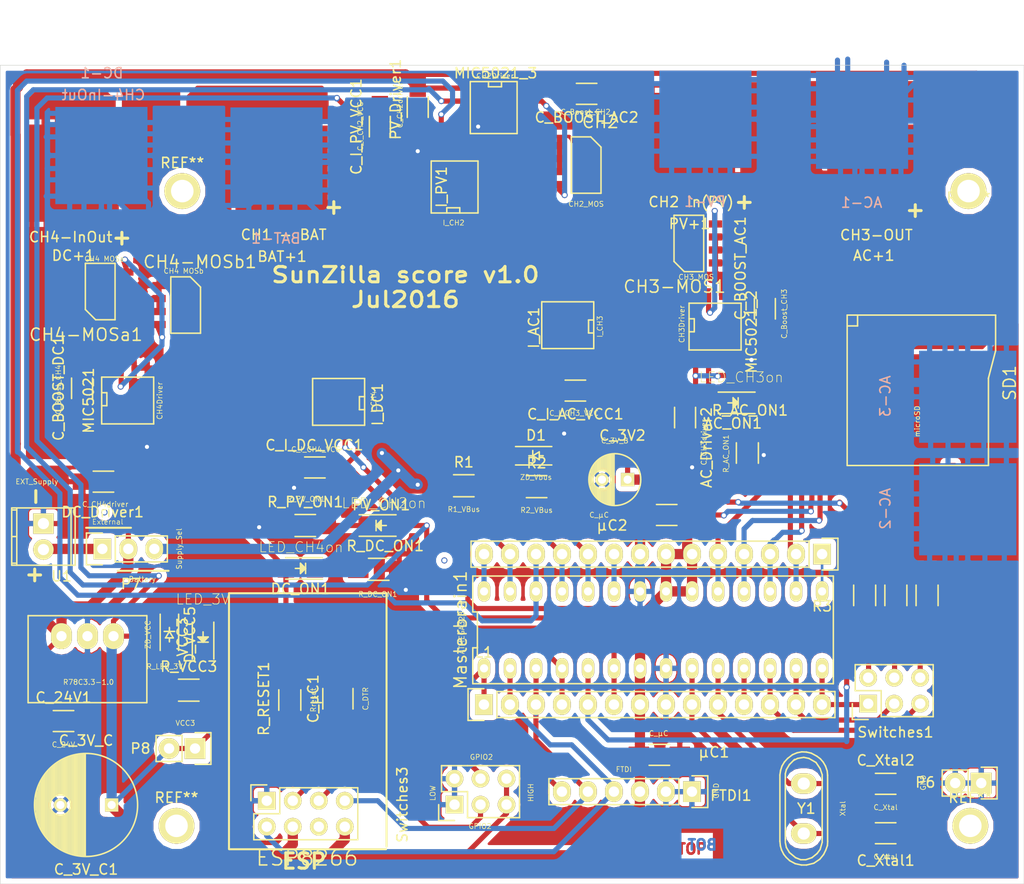
<source format=kicad_pcb>
(kicad_pcb (version 4) (host pcbnew 4.0.1-stable)
  (title_block (title SunZilla) (date 2016-03-18) (rev 0.1) (company SunZilla) (comment 1 "Laurin Vierrath"))
  (layers (0 F.Cu signal) (31 B.Cu signal hide) (34 B.Paste user) (35 F.Paste user) (36 B.SilkS user) (37 F.SilkS user) (38 B.Mask user) (39 F.Mask user) (44 Edge.Cuts user))
  (net 0 "")
  (net 1 /AC_GO)
  (net 2 /AC_GATE)
  (net 3 /AC_SOURCE)
  (net 4 /GND)
  (net 5 /24V)
  (net 6 /DTR)
  (net 7 /RESET)
  (net 8 /VCC3)
  (net 9 /DC_SOURCE)
  (net 10 "Net-(C_BOOST_DC1-Pad2)")
  (net 11 /DC_GO)
  (net 12 /DC_GATE)
  (net 13 /GPIO0)
  (net 14 /RST)
  (net 15 /GPIO2)
  (net 16 /AC+)
  (net 17 /DC+)
  (net 18 /PV+)
  (net 19 /A5)
  (net 20 /A0)
  (net 21 /SCK)
  (net 22 /MISO)
  (net 23 /D5)
  (net 24 /MOSI)
  (net 25 /SS)
  (net 26 /D9)
  (net 27 /SW_1)
  (net 28 /SW_2)
  (net 29 /SW_3)
  (net 30 /I_AC_3)
  (net 31 /I_DC_3)
  (net 32 /I_PV_3)
  (net 33 /V_BUS)
  (net 34 "Net-(AC_ON1-Pad1)")
  (net 35 "Net-(DC_ON1-Pad1)")
  (net 36 "Net-(R_VCC3-Pad2)")
  (net 37 "Net-(SD1-Pad1)")
  (net 38 "Net-(SD1-Pad8)")
  (net 39 /RX_ESP)
  (net 40 /RX_ATm)
  (net 41 /PV_GO)
  (net 42 /DC+_OUT)
  (net 43 /VCC24)
  (net 44 /Ext_24V)
  (net 45 /PV_GATE)
  (net 46 /PV_SOURCE)
  (net 47 "Net-(C_BOOST_AC2-Pad2)")
  (net 48 "Net-(I_AC1-Pad6)")
  (net 49 "Net-(I_DC1-Pad6)")
  (net 50 "Net-(I_PV1-Pad6)")
  (net 51 /XTal1)
  (net 52 /XTal2)
  (net 53 "Net-(SD1-Pad10)")
  (net 54 "Net-(C_BOOST_AC1-Pad2)")
  (net 55 "Net-(PV_ON1-Pad1)")
  (net 56 "Net-(MIC5021-Pad3)")
  (net 57 "Net-(MIC5021_2-Pad3)")
  (net 58 "Net-(MIC5021_3-Pad3)")
  (net 59 "Net-(R_SW1-Pad1)")
  (net 60 "Net-(R_SW2-Pad1)")
  (net 61 "Net-(R_SW3-Pad1)")
  (net 62 "Net-(SD1-Pad9)")
  (module SunZilla_Footprint:DIP-28 (layer F.Cu) (at 122.1867 99.8855)
    (fp_text reference Masterbrain1 (at -18.81 0 90) (layer F.SilkS) (effects (font (size 1.2 1.2))))
    (fp_text value ATMEGA328-P (at -18.6867 -0.2855 90) (layer F.SilkS) (effects (font (size 0.5 0.5) (thickness 0.07))))
    (pad 28 thru_hole oval (at -16.51 -3.76) (size 1.2 2) (drill 0.8) (layers *.Cu *.Mask F.SilkS) (net 19 /A5))
    (pad 1 thru_hole oval (at -16.51 3.76) (size 1.2 2) (drill 0.8) (layers *.Cu *.Mask F.SilkS) (net 7 /RESET))
    (pad 27 thru_hole oval (at -13.97 -3.76) (size 1.2 2) (drill 0.8) (layers *.Cu *.Mask F.SilkS) (net 31 /I_DC_3))
    (pad 2 thru_hole oval (at -13.97 3.76) (size 1.2 2) (drill 0.8) (layers *.Cu *.Mask F.SilkS) (net 40 /RX_ATm))
    (pad 26 thru_hole oval (at -11.43 -3.76) (size 1.2 2) (drill 0.8) (layers *.Cu *.Mask F.SilkS) (net 32 /I_PV_3))
    (pad 3 thru_hole oval (at -11.43 3.76) (size 1.2 2) (drill 0.8) (layers *.Cu *.Mask F.SilkS) (net 39 /RX_ESP))
    (pad 25 thru_hole oval (at -8.89 -3.76) (size 1.2 2) (drill 0.8) (layers *.Cu *.Mask F.SilkS) (net 33 /V_BUS))
    (pad 4 thru_hole oval (at -8.89 3.76) (size 1.2 2) (drill 0.8) (layers *.Cu *.Mask F.SilkS) (net 11 /DC_GO))
    (pad 24 thru_hole oval (at -6.35 -3.76) (size 1.2 2) (drill 0.8) (layers *.Cu *.Mask F.SilkS) (net 30 /I_AC_3))
    (pad 5 thru_hole oval (at -6.35 3.76) (size 1.2 2) (drill 0.8) (layers *.Cu *.Mask F.SilkS) (net 1 /AC_GO))
    (pad 23 thru_hole oval (at -3.81 -3.76) (size 1.2 2) (drill 0.8) (layers *.Cu *.Mask F.SilkS) (net 20 /A0))
    (pad 6 thru_hole oval (at -3.81 3.76) (size 1.2 2) (drill 0.8) (layers *.Cu *.Mask F.SilkS) (net 41 /PV_GO))
    (pad 22 thru_hole oval (at -1.27 -3.76) (size 1.2 2) (drill 0.8) (layers *.Cu *.Mask F.SilkS) (net 4 /GND))
    (pad 7 thru_hole oval (at -1.27 3.76) (size 1.2 2) (drill 0.8) (layers *.Cu *.Mask F.SilkS) (net 8 /VCC3))
    (pad 21 thru_hole oval (at 1.27 -3.76) (size 1.2 2) (drill 0.8) (layers *.Cu *.Mask F.SilkS) (net 8 /VCC3))
    (pad 8 thru_hole oval (at 1.27 3.76) (size 1.2 2) (drill 0.8) (layers *.Cu *.Mask F.SilkS) (net 4 /GND))
    (pad 20 thru_hole oval (at 3.81 -3.76) (size 1.2 2) (drill 0.8) (layers *.Cu *.Mask F.SilkS) (net 8 /VCC3))
    (pad 9 thru_hole oval (at 3.81 3.76) (size 1.2 2) (drill 0.8) (layers *.Cu *.Mask F.SilkS) (net 51 /XTal1))
    (pad 19 thru_hole oval (at 6.35 -3.76) (size 1.2 2) (drill 0.8) (layers *.Cu *.Mask F.SilkS) (net 21 /SCK))
    (pad 10 thru_hole oval (at 6.35 3.76) (size 1.2 2) (drill 0.8) (layers *.Cu *.Mask F.SilkS) (net 52 /XTal2))
    (pad 18 thru_hole oval (at 8.89 -3.76) (size 1.2 2) (drill 0.8) (layers *.Cu *.Mask F.SilkS) (net 22 /MISO))
    (pad 11 thru_hole oval (at 8.89 3.76) (size 1.2 2) (drill 0.8) (layers *.Cu *.Mask F.SilkS) (net 23 /D5))
    (pad 17 thru_hole oval (at 11.43 -3.76) (size 1.2 2) (drill 0.8) (layers *.Cu *.Mask F.SilkS) (net 24 /MOSI))
    (pad 12 thru_hole oval (at 11.43 3.76) (size 1.2 2) (drill 0.8) (layers *.Cu *.Mask F.SilkS) (net 29 /SW_3))
    (pad 16 thru_hole oval (at 13.97 -3.76) (size 1.2 2) (drill 0.8) (layers *.Cu *.Mask F.SilkS) (net 25 /SS))
    (pad 13 thru_hole oval (at 13.97 3.76) (size 1.2 2) (drill 0.8) (layers *.Cu *.Mask F.SilkS) (net 28 /SW_2))
    (pad 15 thru_hole oval (at 16.51 -3.76) (size 1.2 2) (drill 0.8) (layers *.Cu *.Mask F.SilkS) (net 26 /D9))
    (pad 14 thru_hole oval (at 16.51 3.76) (size 1.2 2) (drill 0.8) (layers *.Cu *.Mask F.SilkS) (net 27 /SW_1))
  )
  (module Pin_Headers:Pin_Header_Straight_1x02 (layer F.Cu) (at 77.44968 111.4806 270)
    (fp_text reference P8 (at 0 5.334 360) (layer F.SilkS))
    (fp_text value VCC3 (at -2.4806 0.94968 360) (layer F.SilkS) (effects (font (size 0.5 0.5) (thickness 0.07))))
    (pad 1 thru_hole rect (at 0 0 270) (size 2.032 2.032) (drill 1.016) (layers *.Cu *.Mask F.SilkS) (net 8 /VCC3))
    (pad 2 thru_hole oval (at 0 2.54 270) (size 2.032 2.032) (drill 1.016) (layers *.Cu *.Mask F.SilkS) (net 8 /VCC3))
  )
  (module Resistors_SMD:R_1206_HandSoldering (layer F.Cu) (at 110.81004 85.88756)
    (fp_text reference R2 (at 0 -2.3) (layer F.SilkS))
    (fp_text value R2_VBus (at 0 2.3) (layer F.SilkS) (effects (font (size 0.5 0.5) (thickness 0.07))))
    (pad 1 smd rect (at -2 0) (size 2 1.7) (layers F.Cu F.Paste F.Mask) (net 33 /V_BUS))
    (pad 2 smd rect (at 2 0) (size 2 1.7) (layers F.Cu F.Paste F.Mask) (net 4 /GND))
  )
  (module SMD_Packages:SOIC-8-N (layer F.Cu) (at 91.47048 77.60208 180)
    (fp_text reference I_DC1 (at -3.81 -0.254 270) (layer F.SilkS))
    (fp_text value I_CH4 (at -3.429 0 270) (layer F.SilkS) (effects (font (size 0.5 0.5) (thickness 0.07))))
    (pad 8 smd rect (at -1.905 -3.175 180) (size 0.508 1.143) (layers F.Cu F.Paste F.Mask) (net 8 /VCC3))
    (pad 7 smd rect (at -0.635 -3.175 180) (size 0.508 1.143) (layers F.Cu F.Paste F.Mask) (net 31 /I_DC_3))
    (pad 6 smd rect (at 0.635 -3.175 180) (size 0.508 1.143) (layers F.Cu F.Paste F.Mask) (net 49 "Net-(I_DC1-Pad6)"))
    (pad 5 smd rect (at 1.905 -3.175 180) (size 0.508 1.143) (layers F.Cu F.Paste F.Mask) (net 4 /GND))
    (pad 4 smd rect (at 1.905 3.175 180) (size 0.508 1.143) (layers F.Cu F.Paste F.Mask) (net 17 /DC+))
    (pad 3 smd rect (at 0.635 3.175 180) (size 0.508 1.143) (layers F.Cu F.Paste F.Mask) (net 17 /DC+))
    (pad 2 smd rect (at -0.635 3.175 180) (size 0.508 1.143) (layers F.Cu F.Paste F.Mask) (net 5 /24V))
    (pad 1 smd rect (at -1.905 3.175 180) (size 0.508 1.143) (layers F.Cu F.Paste F.Mask) (net 5 /24V))
  )
  (module Mounting_Holes:MountingHole_2.2mm_M2_ISO7380_Pad (layer F.Cu) (at 153.17724 119.03964)
    (fp_text reference REF** (at 0 -2.75) (layer F.SilkS))
    (fp_text value "" hide)
    (pad "" np_thru_hole circle (at 0 0) (size 3.5 3.5) (drill 2.2) (layers *.Cu *.Mask F.SilkS))
  )
  (module Mounting_Holes:MountingHole_2.2mm_M2_ISO7380_Pad (layer F.Cu) (at 75.63688 119.03964)
    (fp_text reference REF** (at 0 -2.75) (layer F.SilkS))
    (fp_text value "" hide)
    (pad "" np_thru_hole circle (at 0 0) (size 3.5 3.5) (drill 2.2) (layers *.Cu *.Mask F.SilkS))
  )
  (module Mounting_Holes:MountingHole_2.2mm_M2_ISO7380_Pad (layer F.Cu) (at 76.2 57)
    (fp_text reference REF** (at 0 -2.75) (layer F.SilkS))
    (fp_text value "" hide)
    (pad "" np_thru_hole circle (at 0 0) (size 3.5 3.5) (drill 2.2) (layers *.Cu *.Mask F.SilkS))
  )
  (module Pin_Headers:Pin_Header_Straight_2x03 (layer F.Cu) (at 143.2 107.1 90)
    (fp_text reference Switches1 (at -2.794 2.667 180) (layer F.SilkS))
    (fp_text value Switches hide)
    (pad 1 thru_hole rect (at 0 0 90) (size 1.7272 1.7272) (drill 1.016) (layers *.Cu *.Mask F.SilkS) (net 27 /SW_1))
    (pad 2 thru_hole oval (at 2.54 0 90) (size 1.7272 1.7272) (drill 1.016) (layers *.Cu *.Mask F.SilkS) (net 59 "Net-(R_SW1-Pad1)"))
    (pad 3 thru_hole oval (at 0 2.54 90) (size 1.7272 1.7272) (drill 1.016) (layers *.Cu *.Mask F.SilkS) (net 28 /SW_2))
    (pad 4 thru_hole oval (at 2.54 2.54 90) (size 1.7272 1.7272) (drill 1.016) (layers *.Cu *.Mask F.SilkS) (net 60 "Net-(R_SW2-Pad1)"))
    (pad 5 thru_hole oval (at 0 5.08 90) (size 1.7272 1.7272) (drill 1.016) (layers *.Cu *.Mask F.SilkS) (net 29 /SW_3))
    (pad 6 thru_hole oval (at 2.54 5.08 90) (size 1.7272 1.7272) (drill 1.016) (layers *.Cu *.Mask F.SilkS) (net 61 "Net-(R_SW3-Pad1)"))
  )
  (module SMD_Packages:SOIC-8-N (layer F.Cu) (at 128.2446 70.2437)
    (fp_text reference MIC5021_2 (at 3.556 0.508 90) (layer F.SilkS))
    (fp_text value CH3Driver (at -3.2446 -0.2437 90) (layer F.SilkS) (effects (font (size 0.5 0.5) (thickness 0.07))))
    (pad 8 smd rect (at -1.905 -3.175) (size 0.508 1.143) (layers F.Cu F.Paste F.Mask) (net 54 "Net-(C_BOOST_AC1-Pad2)"))
    (pad 7 smd rect (at -0.635 -3.175) (size 0.508 1.143) (layers F.Cu F.Paste F.Mask) (net 2 /AC_GATE))
    (pad 6 smd rect (at 0.635 -3.175) (size 0.508 1.143) (layers F.Cu F.Paste F.Mask) (net 3 /AC_SOURCE))
    (pad 5 smd rect (at 1.905 -3.175) (size 0.508 1.143) (layers F.Cu F.Paste F.Mask) (net 3 /AC_SOURCE))
    (pad 4 smd rect (at 1.905 3.175) (size 0.508 1.143) (layers F.Cu F.Paste F.Mask) (net 4 /GND))
    (pad 3 smd rect (at 0.635 3.175) (size 0.508 1.143) (layers F.Cu F.Paste F.Mask) (net 57 "Net-(MIC5021_2-Pad3)"))
    (pad 2 smd rect (at -0.635 3.175) (size 0.508 1.143) (layers F.Cu F.Paste F.Mask) (net 1 /AC_GO))
    (pad 1 smd rect (at -1.905 3.175) (size 0.508 1.143) (layers F.Cu F.Paste F.Mask) (net 43 /VCC24))
  )
  (module Capacitors_SMD:C_1206_HandSoldering (layer F.Cu) (at 64.6 108.8)
    (fp_text reference C_24V1 (at 0 -2.3) (layer F.SilkS))
    (fp_text value C_24V (at 0 2.3) (layer F.SilkS) (effects (font (size 0.5 0.5) (thickness 0.07))))
    (pad 1 smd rect (at -2 0) (size 2 1.6) (layers F.Cu F.Paste F.Mask) (net 43 /VCC24))
    (pad 2 smd rect (at 2 0) (size 2 1.6) (layers F.Cu F.Paste F.Mask) (net 4 /GND))
  )
  (module Capacitors_SMD:C_1206_HandSoldering (layer F.Cu) (at 114.6 76.5 180)
    (fp_text reference C_I_AC_VCC1 (at 0 -2.3 180) (layer F.SilkS))
    (fp_text value C_I_CH3_VCC (at 0.1429 -2.2057 180) (layer F.SilkS) (effects (font (size 0.5 0.5) (thickness 0.07))))
    (pad 1 smd rect (at -2 0 180) (size 2 1.6) (layers F.Cu F.Paste F.Mask) (net 8 /VCC3))
    (pad 2 smd rect (at 2 0 180) (size 2 1.6) (layers F.Cu F.Paste F.Mask) (net 4 /GND))
  )
  (module Capacitors_SMD:C_1206_HandSoldering (layer F.Cu) (at 89.154 84.01304 180)
    (fp_text reference C_I_DC_VCC1 (at 0.0508 2.1844 180) (layer F.SilkS))
    (fp_text value C_I_CH4_VCC (at -0.096 1.76304 180) (layer F.SilkS) (effects (font (size 0.5 0.5) (thickness 0.07))))
    (pad 1 smd rect (at -2 0 180) (size 2 1.6) (layers F.Cu F.Paste F.Mask) (net 8 /VCC3))
    (pad 2 smd rect (at 2 0 180) (size 2 1.6) (layers F.Cu F.Paste F.Mask) (net 4 /GND))
  )
  (module Capacitors_SMD:C_1206_HandSoldering (layer F.Cu) (at 95.5 50.7 90)
    (fp_text reference C_I_PV_VCC1 (at 0 -2.3 90) (layer F.SilkS))
    (fp_text value C_I_CH2_VCC (at 0.03048 -1.89992 90) (layer F.SilkS) (effects (font (size 0.5 0.5) (thickness 0.07))))
    (pad 1 smd rect (at -2 0 90) (size 2 1.6) (layers F.Cu F.Paste F.Mask) (net 8 /VCC3))
    (pad 2 smd rect (at 2 0 90) (size 2 1.6) (layers F.Cu F.Paste F.Mask) (net 4 /GND))
  )
  (module Capacitors_SMD:C_1206_HandSoldering (layer F.Cu) (at 144.907 119.761)
    (fp_text reference C_Xtal1 (at 0 2.667) (layer F.SilkS))
    (fp_text value C_Xtal (at 0 2.3) (layer F.SilkS) (effects (font (size 0.5 0.5) (thickness 0.07))))
    (pad 1 smd rect (at -2 0) (size 2 1.6) (layers F.Cu F.Paste F.Mask) (net 51 /XTal1))
    (pad 2 smd rect (at 2 0) (size 2 1.6) (layers F.Cu F.Paste F.Mask) (net 4 /GND))
  )
  (module Capacitors_SMD:C_1206_HandSoldering (layer F.Cu) (at 144.907 114.935)
    (fp_text reference C_Xtal2 (at 0 -2.3) (layer F.SilkS))
    (fp_text value C_Xtal (at 0 2.3) (layer F.SilkS) (effects (font (size 0.5 0.5) (thickness 0.07))))
    (pad 1 smd rect (at -2 0) (size 2 1.6) (layers F.Cu F.Paste F.Mask) (net 52 /XTal2))
    (pad 2 smd rect (at 2 0) (size 2 1.6) (layers F.Cu F.Paste F.Mask) (net 4 /GND))
  )
  (module Diodes_SMD:SOD-123 (layer F.Cu) (at 110.75416 82.87004)
    (fp_text reference D1 (at 0 -2) (layer F.SilkS))
    (fp_text value ZD_Vbus (at 0 2.1) (layer F.SilkS) (effects (font (size 0.5 0.5) (thickness 0.07))))
    (pad 1 smd rect (at -1.635 0) (size 0.91 1.22) (layers F.Cu F.Paste F.Mask) (net 33 /V_BUS))
    (pad 2 smd rect (at 1.635 0) (size 0.91 1.22) (layers F.Cu F.Paste F.Mask) (net 4 /GND))
  )
  (module SMD_Packages:SOIC-8-N (layer F.Cu) (at 70.866 77.47)
    (fp_text reference MIC5021 (at -3.81 0 90) (layer F.SilkS))
    (fp_text value CH4Driver (at 3.134 0.03 90) (layer F.SilkS) (effects (font (size 0.5 0.5) (thickness 0.07))))
    (pad 8 smd rect (at -1.905 -3.175) (size 0.508 1.143) (layers F.Cu F.Paste F.Mask) (net 10 "Net-(C_BOOST_DC1-Pad2)"))
    (pad 7 smd rect (at -0.635 -3.175) (size 0.508 1.143) (layers F.Cu F.Paste F.Mask) (net 12 /DC_GATE))
    (pad 6 smd rect (at 0.635 -3.175) (size 0.508 1.143) (layers F.Cu F.Paste F.Mask) (net 9 /DC_SOURCE))
    (pad 5 smd rect (at 1.905 -3.175) (size 0.508 1.143) (layers F.Cu F.Paste F.Mask) (net 9 /DC_SOURCE))
    (pad 4 smd rect (at 1.905 3.175) (size 0.508 1.143) (layers F.Cu F.Paste F.Mask) (net 4 /GND))
    (pad 3 smd rect (at 0.635 3.175) (size 0.508 1.143) (layers F.Cu F.Paste F.Mask) (net 56 "Net-(MIC5021-Pad3)"))
    (pad 2 smd rect (at -0.635 3.175) (size 0.508 1.143) (layers F.Cu F.Paste F.Mask) (net 11 /DC_GO))
    (pad 1 smd rect (at -1.905 3.175) (size 0.508 1.143) (layers F.Cu F.Paste F.Mask) (net 43 /VCC24))
  )
  (module Socket_Strips:Socket_Strip_Straight_2x04 (layer F.Cu) (at 84.455 116.586)
    (fp_text reference ESP8266 (at 3.937 5.588) (layer F.SilkS) (effects (font (size 1.5 1.5))))
    (fp_text value CONN_02X04 hide)
    (pad 1 thru_hole rect (at 0 0) (size 1.7272 1.7272) (drill 1.016) (layers *.Cu *.Mask F.SilkS) (net 4 /GND))
    (pad 2 thru_hole oval (at 0 2.54) (size 1.7272 1.7272) (drill 1.016) (layers *.Cu *.Mask F.SilkS) (net 40 /RX_ATm))
    (pad 3 thru_hole oval (at 2.54 0) (size 1.7272 1.7272) (drill 1.016) (layers *.Cu *.Mask F.SilkS) (net 15 /GPIO2))
    (pad 4 thru_hole oval (at 2.54 2.54) (size 1.7272 1.7272) (drill 1.016) (layers *.Cu *.Mask F.SilkS) (net 8 /VCC3))
    (pad 5 thru_hole oval (at 5.08 0) (size 1.7272 1.7272) (drill 1.016) (layers *.Cu *.Mask F.SilkS) (net 13 /GPIO0))
    (pad 6 thru_hole oval (at 5.08 2.54) (size 1.7272 1.7272) (drill 1.016) (layers *.Cu *.Mask F.SilkS) (net 14 /RST))
    (pad 7 thru_hole oval (at 7.62 0) (size 1.7272 1.7272) (drill 1.016) (layers *.Cu *.Mask F.SilkS) (net 39 /RX_ESP))
    (pad 8 thru_hole oval (at 7.62 2.54) (size 1.7272 1.7272) (drill 1.016) (layers *.Cu *.Mask F.SilkS) (net 8 /VCC3))
  )
  (module Socket_Strips:Socket_Strip_Straight_1x06 (layer F.Cu) (at 125.984 115.697 180)
    (fp_text reference FTDI1 (at -3.81 -0.381 180) (layer F.SilkS))
    (fp_text value FTDI (at 6.64972 2.17424 180) (layer F.SilkS) (effects (font (size 0.5 0.5) (thickness 0.07))))
    (pad 1 thru_hole rect (at 0 0 180) (size 1.7272 2.032) (drill 1.016) (layers *.Cu *.Mask F.SilkS) (net 4 /GND))
    (pad 2 thru_hole oval (at 2.54 0 180) (size 1.7272 2.032) (drill 1.016) (layers *.Cu *.Mask F.SilkS) (net 4 /GND))
    (pad 3 thru_hole oval (at 5.08 0 180) (size 1.7272 2.032) (drill 1.016) (layers *.Cu *.Mask F.SilkS) (net 8 /VCC3))
    (pad 4 thru_hole oval (at 7.62 0 180) (size 1.7272 2.032) (drill 1.016) (layers *.Cu *.Mask F.SilkS) (net 40 /RX_ATm))
    (pad 5 thru_hole oval (at 10.16 0 180) (size 1.7272 2.032) (drill 1.016) (layers *.Cu *.Mask F.SilkS) (net 39 /RX_ESP))
    (pad 6 thru_hole oval (at 12.7 0 180) (size 1.7272 2.032) (drill 1.016) (layers *.Cu *.Mask F.SilkS) (net 6 /DTR))
  )
  (module SMD_Packages:SOIC-8-N (layer F.Cu) (at 113.85296 70.10832 180)
    (fp_text reference I_AC1 (at 3.302 -0.254 270) (layer F.SilkS))
    (fp_text value I_CH3 (at -3.14704 -0.14168 270) (layer F.SilkS) (effects (font (size 0.5 0.5) (thickness 0.07))))
    (pad 8 smd rect (at -1.905 -3.175 180) (size 0.508 1.143) (layers F.Cu F.Paste F.Mask) (net 8 /VCC3))
    (pad 7 smd rect (at -0.635 -3.175 180) (size 0.508 1.143) (layers F.Cu F.Paste F.Mask) (net 30 /I_AC_3))
    (pad 6 smd rect (at 0.635 -3.175 180) (size 0.508 1.143) (layers F.Cu F.Paste F.Mask) (net 48 "Net-(I_AC1-Pad6)"))
    (pad 5 smd rect (at 1.905 -3.175 180) (size 0.508 1.143) (layers F.Cu F.Paste F.Mask) (net 4 /GND))
    (pad 4 smd rect (at 1.905 3.175 180) (size 0.508 1.143) (layers F.Cu F.Paste F.Mask) (net 5 /24V))
    (pad 3 smd rect (at 0.635 3.175 180) (size 0.508 1.143) (layers F.Cu F.Paste F.Mask) (net 5 /24V))
    (pad 2 smd rect (at -0.635 3.175 180) (size 0.508 1.143) (layers F.Cu F.Paste F.Mask) (net 16 /AC+))
    (pad 1 smd rect (at -1.905 3.175 180) (size 0.508 1.143) (layers F.Cu F.Paste F.Mask) (net 16 /AC+))
  )
  (module Resistors_SMD:R_1206_HandSoldering (layer F.Cu) (at 103.7 85.8)
    (fp_text reference R1 (at 0 -2.3) (layer F.SilkS))
    (fp_text value R1_VBus (at 0 2.3) (layer F.SilkS) (effects (font (size 0.5 0.5) (thickness 0.07))))
    (pad 1 smd rect (at -2 0) (size 2 1.7) (layers F.Cu F.Paste F.Mask) (net 5 /24V))
    (pad 2 smd rect (at 2 0) (size 2 1.7) (layers F.Cu F.Paste F.Mask) (net 33 /V_BUS))
  )
  (module Converters_DCDC_ACDC:DCDC-Conv_Recom_R-78HBxx-0.5 (layer F.Cu) (at 64.4 100.5)
    (fp_text reference U1 (at 0 -5.85) (layer F.SilkS))
    (fp_text value R78C3.3-1.0 (at 2.638 4.494) (layer F.SilkS) (effects (font (size 0.5 0.5) (thickness 0.07))))
    (pad 2 thru_hole oval (at 2.54 0) (size 2.032 2.54) (drill 1) (layers *.Cu *.Mask F.SilkS) (net 4 /GND))
    (pad 3 thru_hole oval (at 5.08 0) (size 2.032 2.54) (drill 1) (layers *.Cu *.Mask F.SilkS) (net 8 /VCC3))
    (pad 1 thru_hole oval (at 0 0) (size 2.032 2.54) (drill 1) (layers *.Cu *.Mask F.SilkS) (net 43 /VCC24))
  )
  (module Crystals:Crystal_HC50-U_Vertical (layer F.Cu) (at 136.906 117.348 90)
    (fp_text reference Y1 (at 0 0.254 180) (layer F.SilkS))
    (fp_text value Xtal (at 0 3.81 90) (layer F.SilkS) (effects (font (size 0.5 0.5) (thickness 0.07))))
    (pad 1 thru_hole oval (at -2.44094 0 90) (size 1.99898 2.49936) (drill 1.19888) (layers *.Cu *.Mask F.SilkS) (net 51 /XTal1))
    (pad 2 thru_hole oval (at 2.44094 0 90) (size 1.99898 2.49936) (drill 1.19888) (layers *.Cu *.Mask F.SilkS) (net 52 /XTal2))
  )
  (module Capacitors_SMD:C_1206_HandSoldering (layer F.Cu) (at 122.8 112.1)
    (fp_text reference µC1 (at 5.334 -0.254) (layer F.SilkS))
    (fp_text value C_µC (at -0.0724 -2.0949) (layer F.SilkS) (effects (font (size 0.5 0.5) (thickness 0.07))))
    (pad 1 smd rect (at -2 0) (size 2 1.6) (layers F.Cu F.Paste F.Mask) (net 8 /VCC3))
    (pad 2 smd rect (at 2 0) (size 2 1.6) (layers F.Cu F.Paste F.Mask) (net 4 /GND))
  )
  (module Capacitors_SMD:C_1206_HandSoldering (layer F.Cu) (at 123.5202 88.6587 180)
    (fp_text reference µC2 (at 5.334 -1.016 180) (layer F.SilkS))
    (fp_text value C_µC (at 6.604 0 180) (layer F.SilkS) (effects (font (size 0.5 0.5) (thickness 0.07))))
    (pad 1 smd rect (at -2 0 180) (size 2 1.6) (layers F.Cu F.Paste F.Mask) (net 8 /VCC3))
    (pad 2 smd rect (at 2 0 180) (size 2 1.6) (layers F.Cu F.Paste F.Mask) (net 4 /GND))
  )
  (module Capacitors_SMD:C_1210_HandSoldering (layer F.Cu) (at 91.4019 106.6165 90)
    (fp_text reference C_µC1 (at 0 -2.413 90) (layer F.SilkS))
    (fp_text value C_DTR (at 0 2.7 90) (layer F.SilkS) (effects (font (size 0.5 0.5) (thickness 0.07))))
    (pad 1 smd rect (at -2 0 90) (size 2 2.5) (layers F.Cu F.Paste F.Mask) (net 6 /DTR))
    (pad 2 smd rect (at 2 0 90) (size 2 2.5) (layers F.Cu F.Paste F.Mask) (net 7 /RESET))
  )
  (module LEDs:LED_1206 (layer F.Cu) (at 130 77.7 180)
    (fp_text reference AC_ON1 (at 0 -2 180) (layer F.SilkS))
    (fp_text value LED_CH3on (at -0.8 2.5 180) (layer F.SilkS) (effects (font (thickness 0.07))))
    (pad 2 smd rect (at 1.41986 0) (size 1.59766 1.80086) (layers F.Cu F.Paste F.Mask) (net 1 /AC_GO))
    (pad 1 smd rect (at -1.41986 0) (size 1.59766 1.80086) (layers F.Cu F.Paste F.Mask) (net 34 "Net-(AC_ON1-Pad1)"))
  )
  (module LEDs:LED_1206 (layer F.Cu) (at 87.7443 93.8784 180)
    (fp_text reference DC_ON1 (at 0 -2 180) (layer F.SilkS))
    (fp_text value LED_CH4on (at -0.0557 2.0784 180) (layer F.SilkS) (effects (font (thickness 0.07))))
    (pad 2 smd rect (at 1.41986 0) (size 1.59766 1.80086) (layers F.Cu F.Paste F.Mask) (net 11 /DC_GO))
    (pad 1 smd rect (at -1.41986 0) (size 1.59766 1.80086) (layers F.Cu F.Paste F.Mask) (net 35 "Net-(DC_ON1-Pad1)"))
  )
  (module LEDs:LED_1206 (layer F.Cu) (at 78.232 100.584 90)
    (fp_text reference VCC3 (at 0 -2 90) (layer F.SilkS))
    (fp_text value LED_3V (at 3.684 -0.032 180) (layer F.SilkS) (effects (font (thickness 0.07))))
    (pad 2 smd rect (at 1.41986 0 270) (size 1.59766 1.80086) (layers F.Cu F.Paste F.Mask) (net 8 /VCC3))
    (pad 1 smd rect (at -1.41986 0 270) (size 1.59766 1.80086) (layers F.Cu F.Paste F.Mask) (net 36 "Net-(R_VCC3-Pad2)"))
  )
  (module Resistors_SMD:R_1206_HandSoldering (layer F.Cu) (at 131.4 82.6 90)
    (fp_text reference R_AC_ON1 (at 4.1656 0.254 180) (layer F.SilkS))
    (fp_text value R_AC_ON1 (at -0.06448 -2.08456 270) (layer F.SilkS) (effects (font (size 0.5 0.5) (thickness 0.07))))
    (pad 1 smd rect (at -2 0 90) (size 2 1.7) (layers F.Cu F.Paste F.Mask) (net 4 /GND))
    (pad 2 smd rect (at 2 0 90) (size 2 1.7) (layers F.Cu F.Paste F.Mask) (net 34 "Net-(AC_ON1-Pad1)"))
  )
  (module Resistors_SMD:R_1206_HandSoldering (layer F.Cu) (at 95.3897 93.9673 180)
    (fp_text reference R_DC_ON1 (at -0.635 2.286 180) (layer F.SilkS))
    (fp_text value R_DC_ON1 (at 0.0897 -2.4327 180) (layer F.SilkS) (effects (font (size 0.5 0.5) (thickness 0.07))))
    (pad 1 smd rect (at -2 0 180) (size 2 1.7) (layers F.Cu F.Paste F.Mask) (net 4 /GND))
    (pad 2 smd rect (at 2 0 180) (size 2 1.7) (layers F.Cu F.Paste F.Mask) (net 35 "Net-(DC_ON1-Pad1)"))
  )
  (module Resistors_SMD:R_1206_HandSoldering (layer F.Cu) (at 76.835 105.78084)
    (fp_text reference R_VCC3 (at 0 -2.3) (layer F.SilkS))
    (fp_text value R_LED_3V (at -2.3622 -2.3114) (layer F.SilkS) (effects (font (size 0.5 0.5) (thickness 0.07))))
    (pad 1 smd rect (at -2 0) (size 2 1.7) (layers F.Cu F.Paste F.Mask) (net 4 /GND))
    (pad 2 smd rect (at 2 0) (size 2 1.7) (layers F.Cu F.Paste F.Mask) (net 36 "Net-(R_VCC3-Pad2)"))
  )
  (module Resistors_SMD:R_1206_HandSoldering (layer F.Cu) (at 142.85722 96.51454 90)
    (fp_text reference R_SW1 hide)
    (fp_text value R_switch hide)
    (pad 1 smd rect (at -2 0 90) (size 2 1.7) (layers F.Cu F.Paste F.Mask) (net 59 "Net-(R_SW1-Pad1)"))
    (pad 2 smd rect (at 2 0 90) (size 2 1.7) (layers F.Cu F.Paste F.Mask) (net 4 /GND))
  )
  (module Resistors_SMD:R_1206_HandSoldering (layer F.Cu) (at 145.90522 96.51454 90)
    (fp_text reference R_SW2 hide)
    (fp_text value 16k hide)
    (pad 1 smd rect (at -2 0 90) (size 2 1.7) (layers F.Cu F.Paste F.Mask) (net 60 "Net-(R_SW2-Pad1)"))
    (pad 2 smd rect (at 2 0 90) (size 2 1.7) (layers F.Cu F.Paste F.Mask) (net 4 /GND))
  )
  (module Resistors_SMD:R_1206_HandSoldering (layer F.Cu) (at 148.95322 96.51454 90)
    (fp_text reference R_SW3 hide)
    (fp_text value 16k hide)
    (pad 1 smd rect (at -2 0 90) (size 2 1.7) (layers F.Cu F.Paste F.Mask) (net 61 "Net-(R_SW3-Pad1)"))
    (pad 2 smd rect (at 2 0 90) (size 2 1.7) (layers F.Cu F.Paste F.Mask) (net 4 /GND))
  )
  (module Resistors_SMD:R_1206_HandSoldering (layer F.Cu) (at 86.7029 106.7435 90)
    (fp_text reference R_RESET1 (at 0.127 -2.54 90) (layer F.SilkS))
    (fp_text value Rreset (at 0 2.3 90) (layer F.SilkS) (effects (font (size 0.5 0.5) (thickness 0.07))))
    (pad 1 smd rect (at -2 0 90) (size 2 1.7) (layers F.Cu F.Paste F.Mask) (net 8 /VCC3))
    (pad 2 smd rect (at 2 0 90) (size 2 1.7) (layers F.Cu F.Paste F.Mask) (net 7 /RESET))
  )
  (module Socket_Strips:Socket_Strip_Straight_1x14 (layer F.Cu) (at 105.664 107.188)
    (fp_text reference L1 (at 0 -5.1) (layer F.SilkS))
    (fp_text value CONN_01X14 hide)
    (pad 1 thru_hole rect (at 0 0) (size 1.7272 2.032) (drill 1.016) (layers *.Cu *.Mask F.SilkS) (net 7 /RESET))
    (pad 2 thru_hole oval (at 2.54 0) (size 1.7272 2.032) (drill 1.016) (layers *.Cu *.Mask F.SilkS) (net 40 /RX_ATm))
    (pad 3 thru_hole oval (at 5.08 0) (size 1.7272 2.032) (drill 1.016) (layers *.Cu *.Mask F.SilkS) (net 39 /RX_ESP))
    (pad 4 thru_hole oval (at 7.62 0) (size 1.7272 2.032) (drill 1.016) (layers *.Cu *.Mask F.SilkS) (net 11 /DC_GO))
    (pad 5 thru_hole oval (at 10.16 0) (size 1.7272 2.032) (drill 1.016) (layers *.Cu *.Mask F.SilkS) (net 1 /AC_GO))
    (pad 6 thru_hole oval (at 12.7 0) (size 1.7272 2.032) (drill 1.016) (layers *.Cu *.Mask F.SilkS) (net 41 /PV_GO))
    (pad 7 thru_hole oval (at 15.24 0) (size 1.7272 2.032) (drill 1.016) (layers *.Cu *.Mask F.SilkS) (net 8 /VCC3))
    (pad 8 thru_hole oval (at 17.78 0) (size 1.7272 2.032) (drill 1.016) (layers *.Cu *.Mask F.SilkS) (net 4 /GND))
    (pad 9 thru_hole oval (at 20.32 0) (size 1.7272 2.032) (drill 1.016) (layers *.Cu *.Mask F.SilkS) (net 51 /XTal1))
    (pad 10 thru_hole oval (at 22.86 0) (size 1.7272 2.032) (drill 1.016) (layers *.Cu *.Mask F.SilkS) (net 52 /XTal2))
    (pad 11 thru_hole oval (at 25.4 0) (size 1.7272 2.032) (drill 1.016) (layers *.Cu *.Mask F.SilkS) (net 23 /D5))
    (pad 12 thru_hole oval (at 27.94 0) (size 1.7272 2.032) (drill 1.016) (layers *.Cu *.Mask F.SilkS) (net 29 /SW_3))
    (pad 13 thru_hole oval (at 30.48 0) (size 1.7272 2.032) (drill 1.016) (layers *.Cu *.Mask F.SilkS) (net 28 /SW_2))
    (pad 14 thru_hole oval (at 33.02 0) (size 1.7272 2.032) (drill 1.016) (layers *.Cu *.Mask F.SilkS) (net 27 /SW_1))
  )
  (module Socket_Strips:Socket_Strip_Straight_1x14 (layer F.Cu) (at 138.6967 92.4814 180)
    (fp_text reference R3 (at 0 -5.1 180) (layer F.SilkS))
    (fp_text value CONN_01X14 hide)
    (pad 1 thru_hole rect (at 0 0 180) (size 1.7272 2.032) (drill 1.016) (layers *.Cu *.Mask F.SilkS) (net 26 /D9))
    (pad 2 thru_hole oval (at 2.54 0 180) (size 1.7272 2.032) (drill 1.016) (layers *.Cu *.Mask F.SilkS) (net 25 /SS))
    (pad 3 thru_hole oval (at 5.08 0 180) (size 1.7272 2.032) (drill 1.016) (layers *.Cu *.Mask F.SilkS) (net 24 /MOSI))
    (pad 4 thru_hole oval (at 7.62 0 180) (size 1.7272 2.032) (drill 1.016) (layers *.Cu *.Mask F.SilkS) (net 22 /MISO))
    (pad 5 thru_hole oval (at 10.16 0 180) (size 1.7272 2.032) (drill 1.016) (layers *.Cu *.Mask F.SilkS) (net 21 /SCK))
    (pad 6 thru_hole oval (at 12.7 0 180) (size 1.7272 2.032) (drill 1.016) (layers *.Cu *.Mask F.SilkS) (net 8 /VCC3))
    (pad 7 thru_hole oval (at 15.24 0 180) (size 1.7272 2.032) (drill 1.016) (layers *.Cu *.Mask F.SilkS) (net 8 /VCC3))
    (pad 8 thru_hole oval (at 17.78 0 180) (size 1.7272 2.032) (drill 1.016) (layers *.Cu *.Mask F.SilkS) (net 4 /GND))
    (pad 9 thru_hole oval (at 20.32 0 180) (size 1.7272 2.032) (drill 1.016) (layers *.Cu *.Mask F.SilkS) (net 20 /A0))
    (pad 10 thru_hole oval (at 22.86 0 180) (size 1.7272 2.032) (drill 1.016) (layers *.Cu *.Mask F.SilkS) (net 30 /I_AC_3))
    (pad 11 thru_hole oval (at 25.4 0 180) (size 1.7272 2.032) (drill 1.016) (layers *.Cu *.Mask F.SilkS) (net 33 /V_BUS))
    (pad 12 thru_hole oval (at 27.94 0 180) (size 1.7272 2.032) (drill 1.016) (layers *.Cu *.Mask F.SilkS) (net 32 /I_PV_3))
    (pad 13 thru_hole oval (at 30.48 0 180) (size 1.7272 2.032) (drill 1.016) (layers *.Cu *.Mask F.SilkS) (net 31 /I_DC_3))
    (pad 14 thru_hole oval (at 33.02 0 180) (size 1.7272 2.032) (drill 1.016) (layers *.Cu *.Mask F.SilkS) (net 19 /A5))
  )
  (module Capacitors_SMD:C_1206_HandSoldering (layer F.Cu) (at 133.1087 68.5038 270)
    (fp_text reference C_BOOST_AC1 (at -3.9624 2.3876 270) (layer F.SilkS))
    (fp_text value C_Boost_CH3 (at 0.4962 -1.8913 270) (layer F.SilkS) (effects (font (size 0.5 0.5) (thickness 0.07))))
    (pad 1 smd rect (at -2 0 270) (size 2 1.6) (layers F.Cu F.Paste F.Mask) (net 3 /AC_SOURCE))
    (pad 2 smd rect (at 2 0 270) (size 2 1.6) (layers F.Cu F.Paste F.Mask) (net 54 "Net-(C_BOOST_AC1-Pad2)"))
  )
  (module Terminal_Blocks:TerminalBlock_Pheonix_MPT-2.54mm_2pol (layer F.Cu) (at 62.6364 89.4969 270)
    (fp_text reference P5 hide)
    (fp_text value EXT_Supply (at -4.0969 0.6364 360) (layer F.SilkS) (effects (font (size 0.5 0.5) (thickness 0.07))))
    (pad 2 thru_hole oval (at 2.54 0 270) (size 1.99898 1.99898) (drill 1.09728) (layers *.Cu *.Mask F.SilkS) (net 44 /Ext_24V))
    (pad 1 thru_hole rect (at 0 0 270) (size 1.99898 1.99898) (drill 1.09728) (layers *.Cu *.Mask F.SilkS) (net 4 /GND))
  )
  (module Capacitors_ThroughHole:C_Radial_D5_L11_P2.5 (layer F.Cu) (at 119.7 85.2 180)
    (fp_text reference C_3V2 (at 0.508 4.318 180) (layer F.SilkS))
    (fp_text value C_3V_B (at 1.25 3.8 180) (layer F.SilkS) (effects (font (size 0.5 0.5) (thickness 0.07))))
    (pad 1 thru_hole rect (at 0 0 180) (size 1.3 1.3) (drill 0.8) (layers *.Cu *.Mask F.SilkS) (net 8 /VCC3))
    (pad 2 thru_hole circle (at 2.5 0 180) (size 1.3 1.3) (drill 0.8) (layers *.Cu *.Mask F.SilkS) (net 4 /GND))
  )
  (module Diodes_SMD:SOD-123 (layer F.Cu) (at 74.9427 100.3554 270)
    (fp_text reference D_VCC5 (at 0 -2 270) (layer F.SilkS))
    (fp_text value ZD_VCC (at 0 2.1 270) (layer F.SilkS) (effects (font (size 0.5 0.5) (thickness 0.07))))
    (pad 1 smd rect (at -1.635 0 270) (size 0.91 1.22) (layers F.Cu F.Paste F.Mask) (net 8 /VCC3))
    (pad 2 smd rect (at 1.635 0 270) (size 0.91 1.22) (layers F.Cu F.Paste F.Mask) (net 4 /GND))
  )
  (module Pin_Headers:Pin_Header_Straight_1x02 (layer F.Cu) (at 154.2415 114.8588 270)
    (fp_text reference P6 (at -0.0635 5.461 360) (layer F.SilkS))
    (fp_text value GND (at -0.0381 5.6642 270) (layer F.SilkS) (effects (font (size 0.5 0.5) (thickness 0.07))))
    (pad 1 thru_hole rect (at 0 0 270) (size 2.032 2.032) (drill 1.016) (layers *.Cu *.Mask F.SilkS) (net 4 /GND))
    (pad 2 thru_hole oval (at 0 2.54 270) (size 2.032 2.032) (drill 1.016) (layers *.Cu *.Mask F.SilkS) (net 4 /GND))
  )
  (module Pin_Headers:Pin_Header_Straight_1x03 (layer F.Cu) (at 68.3895 91.9734 90)
    (fp_text reference P7 (at -3.429 2.794 180) (layer F.SilkS))
    (fp_text value Supply_Sel (at 0.0127 7.5057 90) (layer F.SilkS) (effects (font (size 0.5 0.5) (thickness 0.07))))
    (pad 1 thru_hole rect (at 0 0 90) (size 2.032 1.7272) (drill 1.016) (layers *.Cu *.Mask F.SilkS) (net 44 /Ext_24V))
    (pad 2 thru_hole oval (at 0 2.54 90) (size 2.032 1.7272) (drill 1.016) (layers *.Cu *.Mask F.SilkS) (net 43 /VCC24))
    (pad 3 thru_hole oval (at 0 5.08 90) (size 2.032 1.7272) (drill 1.016) (layers *.Cu *.Mask F.SilkS) (net 5 /24V))
  )
  (module Capacitors_SMD:C_1206_HandSoldering (layer F.Cu) (at 125.31344 79.13624 270)
    (fp_text reference AC_Driver2 (at 2.921 -2.0955 270) (layer F.SilkS))
    (fp_text value C_CH3driver (at 2.413 -1.8415 270) (layer F.SilkS) (effects (font (size 0.5 0.5) (thickness 0.07))))
    (pad 1 smd rect (at -2 0 270) (size 2 1.6) (layers F.Cu F.Paste F.Mask) (net 43 /VCC24))
    (pad 2 smd rect (at 2 0 270) (size 2 1.6) (layers F.Cu F.Paste F.Mask) (net 4 /GND))
  )
  (module Capacitors_SMD:C_1206_HandSoldering (layer F.Cu) (at 68.5 85.4 180)
    (fp_text reference DC_Driver1 (at 0.0762 -2.9718 180) (layer F.SilkS))
    (fp_text value C_CH4driver (at -0.1778 -2.2098 180) (layer F.SilkS) (effects (font (size 0.5 0.5) (thickness 0.07))))
    (pad 1 smd rect (at -2 0 180) (size 2 1.6) (layers F.Cu F.Paste F.Mask) (net 43 /VCC24))
    (pad 2 smd rect (at 2 0 180) (size 2 1.6) (layers F.Cu F.Paste F.Mask) (net 4 /GND))
  )
  (module Capacitors_SMD:C_1206_HandSoldering (layer F.Cu) (at 115.697 47.498 180)
    (fp_text reference C_BOOST_AC2 (at 0 -2.3 180) (layer F.SilkS))
    (fp_text value C_Boost_CH2 (at 0.1016 -1.76784 180) (layer F.SilkS) (effects (font (size 0.5 0.5) (thickness 0.07))))
    (pad 1 smd rect (at -2 0 180) (size 2 1.6) (layers F.Cu F.Paste F.Mask) (net 46 /PV_SOURCE))
    (pad 2 smd rect (at 2 0 180) (size 2 1.6) (layers F.Cu F.Paste F.Mask) (net 47 "Net-(C_BOOST_AC2-Pad2)"))
  )
  (module Capacitors_SMD:C_1206_HandSoldering (layer F.Cu) (at 99.2 48.8 270)
    (fp_text reference PV_Driver1 (at -0.762 2.159 270) (layer F.SilkS))
    (fp_text value C_CH2driver (at -0.21336 1.73736 270) (layer F.SilkS) (effects (font (size 0.5 0.5) (thickness 0.07))))
    (pad 1 smd rect (at -2 0 270) (size 2 1.6) (layers F.Cu F.Paste F.Mask) (net 43 /VCC24))
    (pad 2 smd rect (at 2 0 270) (size 2 1.6) (layers F.Cu F.Paste F.Mask) (net 4 /GND))
  )
  (module SMD_Packages:SOIC-8-N (layer F.Cu) (at 106.61904 48.83912 270)
    (fp_text reference MIC5021_3 (at -3.3655 -0.1905 360) (layer F.SilkS))
    (fp_text value CH2Driver (at -3.08912 -0.13096 360) (layer F.SilkS) (effects (font (size 0.5 0.5) (thickness 0.07))))
    (pad 8 smd rect (at -1.905 -3.175 270) (size 0.508 1.143) (layers F.Cu F.Paste F.Mask) (net 47 "Net-(C_BOOST_AC2-Pad2)"))
    (pad 7 smd rect (at -0.635 -3.175 270) (size 0.508 1.143) (layers F.Cu F.Paste F.Mask) (net 45 /PV_GATE))
    (pad 6 smd rect (at 0.635 -3.175 270) (size 0.508 1.143) (layers F.Cu F.Paste F.Mask) (net 46 /PV_SOURCE))
    (pad 5 smd rect (at 1.905 -3.175 270) (size 0.508 1.143) (layers F.Cu F.Paste F.Mask) (net 46 /PV_SOURCE))
    (pad 4 smd rect (at 1.905 3.175 270) (size 0.508 1.143) (layers F.Cu F.Paste F.Mask) (net 4 /GND))
    (pad 3 smd rect (at 0.635 3.175 270) (size 0.508 1.143) (layers F.Cu F.Paste F.Mask) (net 58 "Net-(MIC5021_3-Pad3)"))
    (pad 2 smd rect (at -0.635 3.175 270) (size 0.508 1.143) (layers F.Cu F.Paste F.Mask) (net 41 /PV_GO))
    (pad 1 smd rect (at -1.905 3.175 270) (size 0.508 1.143) (layers F.Cu F.Paste F.Mask) (net 43 /VCC24))
  )
  (module Capacitors_SMD:C_1206_HandSoldering (layer F.Cu) (at 66.41084 76.2762 90)
    (fp_text reference C_BOOST_DC1 (at 0 -2.3 90) (layer F.SilkS))
    (fp_text value C_Boost_CH4 (at -0.127 -2.3114 90) (layer F.SilkS) (effects (font (size 0.5 0.5) (thickness 0.07))))
    (pad 1 smd rect (at -2 0 90) (size 2 1.6) (layers F.Cu F.Paste F.Mask) (net 9 /DC_SOURCE))
    (pad 2 smd rect (at 2 0 90) (size 2 1.6) (layers F.Cu F.Paste F.Mask) (net 10 "Net-(C_BOOST_DC1-Pad2)"))
  )
  (module LEDs:LED_1206 (layer F.Cu) (at 95.631 89.6874)
    (fp_text reference PV_ON1 (at 0 -2) (layer F.SilkS))
    (fp_text value LED_CH2on (at 0.269 -2.1874) (layer F.SilkS) (effects (font (thickness 0.07))))
    (pad 2 smd rect (at 1.41986 0 180) (size 1.59766 1.80086) (layers F.Cu F.Paste F.Mask) (net 41 /PV_GO))
    (pad 1 smd rect (at -1.41986 0 180) (size 1.59766 1.80086) (layers F.Cu F.Paste F.Mask) (net 55 "Net-(PV_ON1-Pad1)"))
  )
  (module Resistors_SMD:R_1206_HandSoldering (layer F.Cu) (at 88.2142 89.6874)
    (fp_text reference R_PV_ON1 (at 0 -2.3) (layer F.SilkS))
    (fp_text value R_PV_ON1 (at 0.0858 -2.5874) (layer F.SilkS) (effects (font (size 0.5 0.5) (thickness 0.07))))
    (pad 1 smd rect (at -2 0) (size 2 1.7) (layers F.Cu F.Paste F.Mask) (net 4 /GND))
    (pad 2 smd rect (at 2 0) (size 2 1.7) (layers F.Cu F.Paste F.Mask) (net 55 "Net-(PV_ON1-Pad1)"))
  )
  (module Pin_Headers:Pin_Header_Straight_2x03 (layer F.Cu) (at 102.7938 116.967 90)
    (fp_text reference Switches3 (at 0 -5.1 90) (layer F.SilkS))
    (fp_text value Switches hide)
    (pad 1 thru_hole rect (at 0 0 90) (size 1.7272 1.7272) (drill 1.016) (layers *.Cu *.Mask F.SilkS) (net 4 /GND))
    (pad 2 thru_hole oval (at 2.54 0 90) (size 1.7272 1.7272) (drill 1.016) (layers *.Cu *.Mask F.SilkS) (net 4 /GND))
    (pad 3 thru_hole oval (at 0 2.54 90) (size 1.7272 1.7272) (drill 1.016) (layers *.Cu *.Mask F.SilkS) (net 13 /GPIO0))
    (pad 4 thru_hole oval (at 2.54 2.54 90) (size 1.7272 1.7272) (drill 1.016) (layers *.Cu *.Mask F.SilkS) (net 15 /GPIO2))
    (pad 5 thru_hole oval (at 0 5.08 90) (size 1.7272 1.7272) (drill 1.016) (layers *.Cu *.Mask F.SilkS) (net 8 /VCC3))
    (pad 6 thru_hole oval (at 2.54 5.08 90) (size 1.7272 1.7272) (drill 1.016) (layers *.Cu *.Mask F.SilkS) (net 8 /VCC3))
  )
  (module SunZilla_Footprint:microSD (layer F.Cu) (at 148.208 76.835 90)
    (fp_text reference SD1 (at 1.0795 8.8138 90) (layer F.SilkS) (effects (font (size 1.2 1.2))))
    (fp_text value microSD (at -2.665 -0.208 90) (layer F.SilkS) (effects (font (size 0.5 0.5) (thickness 0.07))))
    (pad 10 smd rect (at 7.3006 -6.6386 90) (size 1.5 1) (layers F.Cu F.Paste F.Mask) (net 53 "Net-(SD1-Pad10)"))
    (pad 10 smd rect (at 8.215 3.0388 90) (size 1.5 1) (layers F.Cu F.Paste F.Mask) (net 53 "Net-(SD1-Pad10)"))
    (pad 10 smd rect (at -7.485 3.0388 90) (size 1.5 1) (layers F.Cu F.Paste F.Mask) (net 53 "Net-(SD1-Pad10)"))
    (pad 1 smd rect (at 2.5985 -7.3787 90) (size 0.6 2.2) (layers F.Cu F.Paste F.Mask) (net 37 "Net-(SD1-Pad1)"))
    (pad 9 smd rect (at -6.1995 -7.3787 90) (size 0.6 2.2) (layers F.Cu F.Paste F.Mask) (net 62 "Net-(SD1-Pad9)"))
    (pad 8 smd rect (at -5.0995 -7.3787 90) (size 0.6 2.2) (layers F.Cu F.Paste F.Mask) (net 38 "Net-(SD1-Pad8)"))
    (pad 7 smd rect (at -3.9995 -7.3787 90) (size 0.6 2.2) (layers F.Cu F.Paste F.Mask) (net 22 /MISO))
    (pad 6 smd rect (at -2.8995 -7.3787 90) (size 0.6 2.2) (layers F.Cu F.Paste F.Mask) (net 4 /GND))
    (pad 5 smd rect (at -1.7995 -7.3787 90) (size 0.6 2.2) (layers F.Cu F.Paste F.Mask) (net 21 /SCK))
    (pad 4 smd rect (at -0.6995 -7.3787 90) (size 0.6 2.2) (layers F.Cu F.Paste F.Mask) (net 8 /VCC3))
    (pad 3 smd rect (at 0.4005 -7.3787 90) (size 0.6 2.2) (layers F.Cu F.Paste F.Mask) (net 24 /MOSI))
    (pad 2 smd rect (at 1.5005 -7.3787 90) (size 0.6 2.2) (layers F.Cu F.Paste F.Mask) (net 25 /SS))
    (pad 10 smd rect (at -7.485 -6.5612 90) (size 1.5 1) (layers F.Cu F.Paste F.Mask) (net 53 "Net-(SD1-Pad10)"))
  )
  (module Mounting_Holes:MountingHole_2.2mm_M2_ISO7380_Pad (layer F.Cu) (at 153 60.4)
    (fp_text reference REF** (at 0 -2.75) (layer F.SilkS))
    (fp_text value "" hide)
    (pad "" np_thru_hole circle (at 0 -3.4) (size 3.5 3.5) (drill 2.2) (layers *.Cu *.Mask F.SilkS))
  )
  (module SunZilla_Footprint:MOSFET_2 (layer F.Cu) (at 113.03508 52.578)
    (fp_text reference CH2 (at 4.0132 -2.3368) (layer F.SilkS) (effects (font (size 1.2 1.2))))
    (fp_text value CH2_MOS (at 2.6162 5.6896) (layer F.SilkS) (effects (font (size 0.5 0.5) (thickness 0.07))))
    (pad 8 smd rect (at 5.2162 -0.0254 270) (size 0.7 1.3) (layers F.Cu F.Paste F.Mask) (net 46 /PV_SOURCE))
    (pad 1 smd rect (at 0.0162 -0.0254 270) (size 0.7 1.3) (layers F.Cu F.Paste F.Mask) (net 18 /PV+))
    (pad 7 smd rect (at 5.2162 1.2446 270) (size 0.7 1.3) (layers F.Cu F.Paste F.Mask) (net 46 /PV_SOURCE))
    (pad 2 smd rect (at 0.0162 1.2446 270) (size 0.7 1.3) (layers F.Cu F.Paste F.Mask) (net 18 /PV+))
    (pad 6 smd rect (at 5.2162 2.5146 270) (size 0.7 1.3) (layers F.Cu F.Paste F.Mask) (net 46 /PV_SOURCE))
    (pad 3 smd rect (at 0.0162 2.5146 270) (size 0.7 1.3) (layers F.Cu F.Paste F.Mask) (net 18 /PV+))
    (pad 5 smd rect (at 5.2162 3.7846 270) (size 0.7 1.3) (layers F.Cu F.Paste F.Mask) (net 46 /PV_SOURCE))
    (pad 4 smd rect (at 0.0162 3.7846 270) (size 0.7 1.3) (layers F.Cu F.Paste F.Mask) (net 45 /PV_GATE))
    (pad 8 smd rect (at 3.5306 1.8796) (size 3.4 4.5) (layers F.Cu F.Paste F.Mask) (net 46 /PV_SOURCE))
  )
  (module SunZilla_Footprint:MOSFET_2 (layer F.Cu) (at 128.3 64 180)
    (fp_text reference CH3-MOS1 (at 4.0132 -2.3368 180) (layer F.SilkS) (effects (font (size 1.2 1.2))))
    (fp_text value "CH3 MOS" (at 1.9 -1.4 180) (layer F.SilkS) (effects (font (size 0.5 0.5) (thickness 0.07))))
    (pad 8 smd rect (at 5.2162 -0.0254 90) (size 0.7 1.3) (layers F.Cu F.Paste F.Mask) (net 16 /AC+))
    (pad 1 smd rect (at 0.0162 -0.0254 90) (size 0.7 1.3) (layers F.Cu F.Paste F.Mask) (net 3 /AC_SOURCE))
    (pad 7 smd rect (at 5.2162 1.2446 90) (size 0.7 1.3) (layers F.Cu F.Paste F.Mask) (net 16 /AC+))
    (pad 2 smd rect (at 0.0162 1.2446 90) (size 0.7 1.3) (layers F.Cu F.Paste F.Mask) (net 3 /AC_SOURCE))
    (pad 6 smd rect (at 5.2162 2.5146 90) (size 0.7 1.3) (layers F.Cu F.Paste F.Mask) (net 16 /AC+))
    (pad 3 smd rect (at 0.0162 2.5146 90) (size 0.7 1.3) (layers F.Cu F.Paste F.Mask) (net 3 /AC_SOURCE))
    (pad 5 smd rect (at 5.2162 3.7846 90) (size 0.7 1.3) (layers F.Cu F.Paste F.Mask) (net 16 /AC+))
    (pad 4 smd rect (at 0.0162 3.7846 90) (size 0.7 1.3) (layers F.Cu F.Paste F.Mask) (net 2 /AC_GATE))
    (pad 8 smd rect (at 3.5306 1.8796 180) (size 3.4 4.5) (layers F.Cu F.Paste F.Mask) (net 16 /AC+))
  )
  (module SunZilla_Footprint:MOSFET_2 (layer F.Cu) (at 70.8 68.7 180)
    (fp_text reference CH4-MOSa1 (at 4.0132 -2.3368 180) (layer F.SilkS) (effects (font (size 1.2 1.2))))
    (fp_text value "CH4 MOSa" (at 2.2098 5.07492 180) (layer F.SilkS) (effects (font (size 0.5 0.5) (thickness 0.07))))
    (pad 8 smd rect (at 5.2162 -0.0254 90) (size 0.7 1.3) (layers F.Cu F.Paste F.Mask) (net 42 /DC+_OUT))
    (pad 1 smd rect (at 0.0162 -0.0254 90) (size 0.7 1.3) (layers F.Cu F.Paste F.Mask) (net 9 /DC_SOURCE))
    (pad 7 smd rect (at 5.2162 1.2446 90) (size 0.7 1.3) (layers F.Cu F.Paste F.Mask) (net 42 /DC+_OUT))
    (pad 2 smd rect (at 0.0162 1.2446 90) (size 0.7 1.3) (layers F.Cu F.Paste F.Mask) (net 9 /DC_SOURCE))
    (pad 6 smd rect (at 5.2162 2.5146 90) (size 0.7 1.3) (layers F.Cu F.Paste F.Mask) (net 42 /DC+_OUT))
    (pad 3 smd rect (at 0.0162 2.5146 90) (size 0.7 1.3) (layers F.Cu F.Paste F.Mask) (net 9 /DC_SOURCE))
    (pad 5 smd rect (at 5.2162 3.7846 90) (size 0.7 1.3) (layers F.Cu F.Paste F.Mask) (net 42 /DC+_OUT))
    (pad 4 smd rect (at 0.0162 3.7846 90) (size 0.7 1.3) (layers F.Cu F.Paste F.Mask) (net 12 /DC_GATE))
    (pad 8 smd rect (at 3.5306 1.8796 180) (size 3.4 4.5) (layers F.Cu F.Paste F.Mask) (net 42 /DC+_OUT))
  )
  (module SunZilla_Footprint:MOSFET_2 (layer F.Cu) (at 73.914 66.25844)
    (fp_text reference CH4-MOSb1 (at 4.0132 -2.3368) (layer F.SilkS) (effects (font (size 1.2 1.2))))
    (fp_text value "CH4 MOSb" (at 2.41808 -1.4478) (layer F.SilkS) (effects (font (size 0.5 0.5) (thickness 0.07))))
    (pad 8 smd rect (at 5.2162 -0.0254 270) (size 0.7 1.3) (layers F.Cu F.Paste F.Mask) (net 17 /DC+))
    (pad 1 smd rect (at 0.0162 -0.0254 270) (size 0.7 1.3) (layers F.Cu F.Paste F.Mask) (net 9 /DC_SOURCE))
    (pad 7 smd rect (at 5.2162 1.2446 270) (size 0.7 1.3) (layers F.Cu F.Paste F.Mask) (net 17 /DC+))
    (pad 2 smd rect (at 0.0162 1.2446 270) (size 0.7 1.3) (layers F.Cu F.Paste F.Mask) (net 9 /DC_SOURCE))
    (pad 6 smd rect (at 5.2162 2.5146 270) (size 0.7 1.3) (layers F.Cu F.Paste F.Mask) (net 17 /DC+))
    (pad 3 smd rect (at 0.0162 2.5146 270) (size 0.7 1.3) (layers F.Cu F.Paste F.Mask) (net 9 /DC_SOURCE))
    (pad 5 smd rect (at 5.2162 3.7846 270) (size 0.7 1.3) (layers F.Cu F.Paste F.Mask) (net 17 /DC+))
    (pad 4 smd rect (at 0.0162 3.7846 270) (size 0.7 1.3) (layers F.Cu F.Paste F.Mask) (net 12 /DC_GATE))
    (pad 8 smd rect (at 3.5306 1.8796) (size 3.4 4.5) (layers F.Cu F.Paste F.Mask) (net 17 /DC+))
  )
  (module Capacitors_ThroughHole:C_Radial_D10_L20_P5 (layer F.Cu) (at 69.3 117 180)
    (fp_text reference C_3V_C1 (at 2.5 -6.3 180) (layer F.SilkS))
    (fp_text value C_3V_C (at 2.5 6.3 180) (layer F.SilkS))
    (pad 1 thru_hole rect (at 0 0 180) (size 1.3 1.3) (drill 0.8) (layers *.Cu *.Mask F.SilkS) (net 8 /VCC3))
    (pad 2 thru_hole circle (at 5 0 180) (size 1.3 1.3) (drill 0.8) (layers *.Cu *.Mask F.SilkS) (net 4 /GND))
  )
  (module SunZilla_Footprint:Flachsteckzunge_plus (layer F.Cu) (at 143.7 50.5)
    (fp_text reference AC+1 (at 0.0508 12.8016) (layer F.SilkS))
    (fp_text value CH3-OUT (at 0.3 10.8) (layer F.SilkS))
    (pad 1 smd rect (at 0 4.7498) (size 9 9.5) (layers F.Cu F.Paste F.Mask) (net 3 /AC_SOURCE))
  )
  (module SunZilla_Footprint:Flachsteckzunge_minus (layer B.Cu) (at 142.5 45.3 180)
    (fp_text reference AC-1 (at -0.0508 -12.827 180) (layer B.SilkS) (effects (justify mirror)))
    (fp_text value CH3-OUT)
    (pad 1 smd rect (at -0.1016 -4.7752 180) (size 9 9.5) (layers B.Cu B.Paste B.Mask) (net 4 /GND))
  )
  (module SunZilla_Footprint:Flachsteckzunge_plus (layer F.Cu) (at 85.9 50.6)
    (fp_text reference BAT+1 (at 0.0508 12.8016) (layer F.SilkS))
    (fp_text value "CH1 - BAT" (at 0.2032 10.668) (layer F.SilkS))
    (pad 1 smd rect (at 0 4.7498) (size 9 9.5) (layers F.Cu F.Paste F.Mask) (net 5 /24V))
  )
  (module SunZilla_Footprint:Flachsteckzunge_minus (layer B.Cu) (at 85.3 48.8 180)
    (fp_text reference BAT-1 (at -0.0508 -12.827 180) (layer B.SilkS) (effects (justify mirror)))
    (fp_text value "CH1 - BAT")
    (pad 1 smd rect (at -0.1016 -4.7752 180) (size 9 9.5) (layers B.Cu B.Paste B.Mask) (net 4 /GND))
  )
  (module SunZilla_Footprint:Flachsteckzunge_plus (layer F.Cu) (at 65.5 50.5)
    (fp_text reference DC+1 (at 0.0508 12.8016) (layer F.SilkS))
    (fp_text value CH4-InOut (at -0.2 11) (layer F.SilkS))
    (pad 1 smd rect (at 0 4.7498) (size 9 9.5) (layers F.Cu F.Paste F.Mask) (net 42 /DC+_OUT))
  )
  (module SMD_Packages:SOIC-8-N (layer F.Cu) (at 102.8 56.6 90)
    (fp_text reference I_PV1 (at 0 -1.27 90) (layer F.SilkS))
    (fp_text value I_CH2 (at -3.5 -0.1 180) (layer F.SilkS) (effects (font (size 0.5 0.5) (thickness 0.07))))
    (pad 8 smd rect (at -1.905 -3.175 90) (size 0.508 1.143) (layers F.Cu F.Paste F.Mask) (net 8 /VCC3))
    (pad 7 smd rect (at -0.635 -3.175 90) (size 0.508 1.143) (layers F.Cu F.Paste F.Mask) (net 32 /I_PV_3))
    (pad 6 smd rect (at 0.635 -3.175 90) (size 0.508 1.143) (layers F.Cu F.Paste F.Mask) (net 50 "Net-(I_PV1-Pad6)"))
    (pad 5 smd rect (at 1.905 -3.175 90) (size 0.508 1.143) (layers F.Cu F.Paste F.Mask) (net 4 /GND))
    (pad 4 smd rect (at 1.905 3.175 90) (size 0.508 1.143) (layers F.Cu F.Paste F.Mask) (net 18 /PV+))
    (pad 3 smd rect (at 0.635 3.175 90) (size 0.508 1.143) (layers F.Cu F.Paste F.Mask) (net 18 /PV+))
    (pad 2 smd rect (at -0.635 3.175 90) (size 0.508 1.143) (layers F.Cu F.Paste F.Mask) (net 5 /24V))
    (pad 1 smd rect (at -1.905 3.175 90) (size 0.508 1.143) (layers F.Cu F.Paste F.Mask) (net 5 /24V))
  )
  (module SunZilla_Footprint:Flachsteckzunge_plus (layer F.Cu) (at 125.7 47.4)
    (fp_text reference PV+1 (at 0.0508 12.8016) (layer F.SilkS))
    (fp_text value "CH2 in(PV)" (at 0.2032 10.668) (layer F.SilkS))
    (pad 1 smd rect (at 0 4.7498) (size 9 9.5) (layers F.Cu F.Paste F.Mask) (net 46 /PV_SOURCE))
  )
  (module SunZilla_Footprint:Flachsteckzunge_minus (layer B.Cu) (at 127.2 45.2 180)
    (fp_text reference PV-1 (at -0.0508 -12.827 180) (layer B.SilkS) (effects (justify mirror)))
    (fp_text value "CH2 in(PV)")
    (pad 1 smd rect (at -0.1016 -4.7752 180) (size 9 9.5) (layers B.Cu B.Paste B.Mask) (net 4 /GND))
  )
  (module SunZilla_Footprint:Flachsteckzunge_minus (layer B.Cu) (at 157.7 88 90)
    (fp_text reference AC-2 (at -0.0508 -12.827 90) (layer B.SilkS) (effects (justify mirror)))
    (fp_text value CH3-OUT)
    (pad 1 smd rect (at -0.1016 -4.7752 90) (size 9 9.5) (layers B.Cu B.Paste B.Mask) (net 4 /GND))
  )
  (module SunZilla_Footprint:Flachsteckzunge_minus (layer B.Cu) (at 157.7 77 90)
    (fp_text reference AC-3 (at -0.0508 -12.827 90) (layer B.SilkS) (effects (justify mirror)))
    (fp_text value CH3-OUT)
    (pad 1 smd rect (at -0.1016 -4.7752 90) (size 9 9.5) (layers B.Cu B.Paste B.Mask) (net 4 /GND))
  )
  (module SunZilla_Footprint:Flachsteckzunge_minus (layer B.Cu) (at 68.4 58.3)
    (fp_text reference DC-1 (at -0.0508 -12.827) (layer B.SilkS) (effects (justify mirror)))
    (fp_text value CH4-InOut (at 0.1016 -10.6934) (layer B.SilkS) (effects (justify mirror)))
    (pad 1 smd rect (at -0.1016 -4.7752) (size 9 9.5) (layers B.Cu B.Paste B.Mask) (net 4 /GND))
  )
  (gr_text + (at 91 58.5) (layer F.SilkS) (effects (font (size 1.5 1.5) (thickness 0.3))))
  (gr_text GND (at 128.35636 115.61572 90) (layer F.SilkS) (effects (font (size 0.5 0.5) (thickness 0.07))))
  (gr_text HIGH (at 110.24616 115.79352 90) (layer F.SilkS) (effects (font (size 0.5 0.5) (thickness 0.07))))
  (gr_text LOW (at 100.67544 115.84432 90) (layer F.SilkS) (effects (font (size 0.5 0.5) (thickness 0.07))))
  (gr_text GPIO2 (at 105.29316 119.08028) (layer F.SilkS) (effects (font (size 0.5 0.5) (thickness 0.07))))
  (gr_text GPIO2 (at 105.42016 112.3188) (layer F.SilkS) (effects (font (size 0.5 0.5) (thickness 0.07))))
  (gr_text - (at 61.7855 86.8553 90) (layer F.SilkS) (effects (font (size 1.5 1.5) (thickness 0.3))))
  (gr_text + (at 61.7855 94.4118) (layer F.SilkS) (effects (font (size 1.5 1.5) (thickness 0.3))))
  (gr_text ESP (at 88.1 122.5) (layer F.SilkS) (effects (font (size 1.5 1.5) (thickness 0.3))))
  (gr_line (start 96.10344 121.32564) (end 80.79232 121.32564) (angle 90) (layer F.SilkS) (width 0.2))
  (gr_line (start 96.15424 96.30156) (end 96.15424 121.0564) (angle 90) (layer F.SilkS) (width 0.2))
  (gr_line (start 80.77708 96.30664) (end 96.14408 96.30664) (angle 90) (layer F.SilkS) (width 0.2))
  (gr_line (start 80.762 121.31192) (end 80.762 96.31192) (angle 90) (layer F.SilkS) (width 0.2))
  (gr_text External (at 68.9229 89.3318) (layer F.SilkS) (effects (font (size 0.5 0.5) (thickness 0.06))))
  (gr_text Battery (at 72.29475 94.92615) (layer F.SilkS) (effects (font (size 0.5 0.5) (thickness 0.07))))
  (gr_line (start 71.18731 89.90711) (end 66.80581 89.90711) (angle 90) (layer F.SilkS) (width 0.2))
  (gr_line (start 69.89445 94.11335) (end 74.86015 94.11335) (angle 90) (layer F.SilkS) (width 0.2))
  (gr_text + (at 147.8 58.8) (layer F.SilkS) (effects (font (size 1.5 1.5) (thickness 0.3))))
  (gr_text + (at 131.1 58) (layer F.SilkS) (effects (font (size 1.5 1.5) (thickness 0.3))))
  (gr_text + (at 70.3 61.5) (layer F.SilkS) (effects (font (size 1.5 1.5) (thickness 0.3))))
  (gr_text "SunZilla score v1.0\nJul2016" (at 98 66.4) (layer F.SilkS) (effects (font (size 1.5 1.76) (thickness 0.3))))
  (gr_text TOP (at 126 121.3) (layer F.Cu) (effects (font (size 1 1) (thickness 0.25))))
  (gr_text BOT (at 127 120.9) (layer B.Cu) (effects (font (size 1 1) (thickness 0.25)) (justify mirror)))
  (gr_line (start 58.42 44.704) (end 58.42 124.704) (angle 90) (layer Edge.Cuts) (width 0.05))
  (gr_line (start 58.42 124.704) (end 158.42 124.704) (angle 90) (layer Edge.Cuts) (width 0.05))
  (gr_line (start 158.42 44.704) (end 158.42 124.704) (angle 90) (layer Edge.Cuts) (width 0.05))
  (gr_line (start 58.42 44.704) (end 158.42 44.704) (angle 90) (layer Edge.Cuts) (width 0.05))
  (via (at 68.6 88.4) (size 0.6) (drill 0.4) (layers F.Cu B.Cu) (net 0))
  (via (at 101.8 93.1) (size 0.6) (drill 0.4) (layers F.Cu B.Cu) (net 0))
  (segment (start 128.58014 85.28014) (end 128.58014 86.48014) (width 0.5) (layer F.Cu) (net 1))
  (via (at 140.4 87.5) (size 0.6) (drill 0.4) (layers F.Cu B.Cu) (net 1))
  (segment (start 130.6 87.5) (end 140.4 87.5) (width 0.5) (layer B.Cu) (net 1))
  (segment (start 130.5 87.4) (end 130.6 87.5) (width 0.5) (layer B.Cu) (net 1))
  (via (at 130.5 87.4) (size 0.6) (drill 0.4) (layers F.Cu B.Cu) (net 1))
  (segment (start 129.5 87.4) (end 130.5 87.4) (width 0.5) (layer F.Cu) (net 1))
  (segment (start 128.58014 86.48014) (end 129.5 87.4) (width 0.5) (layer F.Cu) (net 1))
  (segment (start 140.4 87.5) (end 140.45 87.45) (width 0.5) (layer F.Cu) (net 1))
  (segment (start 140.45 87.45) (end 140.4 87.5) (width 0.5) (layer F.Cu) (net 1))
  (segment (start 140.4 87.5) (end 140.4 87.4) (width 0.5) (layer F.Cu) (net 1))
  (segment (start 128.58014 77.7) (end 128.58014 85.28014) (width 0.5) (layer F.Cu) (net 1))
  (segment (start 141.1 105.5) (end 141.1 110.6424) (width 0.5) (layer B.Cu) (net 1))
  (via (at 141.1 105.5) (size 0.6) (drill 0.4) (layers F.Cu B.Cu) (net 1))
  (segment (start 141.1 88.1) (end 141.1 105.5) (width 0.5) (layer F.Cu) (net 1))
  (segment (start 140.4 87.4) (end 141.1 88.1) (width 0.5) (layer F.Cu) (net 1))
  (segment (start 141.1 110.6424) (end 141.1 110.8) (width 0.5) (layer B.Cu) (net 1))
  (segment (start 141.1 110.8) (end 141.1 110.6424) (width 0.5) (layer B.Cu) (net 1))
  (segment (start 127.6096 73.4187) (end 127.6096 76.72946) (width 0.5) (layer F.Cu) (net 1))
  (segment (start 127.6096 76.72946) (end 128.58014 77.7) (width 0.5) (layer F.Cu) (net 1))
  (segment (start 127.6 73.4283) (end 127.6096 73.4187) (width 0.5) (layer F.Cu) (net 1))
  (segment (start 115.8367 103.6455) (end 115.8367 107.1753) (width 0.5) (layer F.Cu) (net 1))
  (segment (start 115.8367 107.1753) (end 115.824 107.188) (width 0.5) (layer F.Cu) (net 1))
  (segment (start 115.824 107.188) (end 115.824 108.67136) (width 0.5) (layer B.Cu) (net 1))
  (segment (start 117.79504 110.6424) (end 141.1 110.6424) (width 0.5) (layer B.Cu) (net 1))
  (segment (start 115.824 108.67136) (end 117.79504 110.6424) (width 0.5) (layer B.Cu) (net 1))
  (segment (start 128.20904 58.94324) (end 128.20904 60.14064) (width 0.5) (layer F.Cu) (net 2))
  (segment (start 128.20904 60.14064) (end 128.2838 60.2154) (width 0.5) (layer F.Cu) (net 2))
  (segment (start 128.20904 68.42506) (end 128.20904 58.94324) (width 0.5) (layer B.Cu) (net 2))
  (segment (start 127.6096 67.0687) (end 127.6096 68.7451) (width 0.5) (layer F.Cu) (net 2))
  (via (at 128.20904 58.94324) (size 0.6) (drill 0.4) (layers F.Cu B.Cu) (net 2))
  (segment (start 127.7493 68.8848) (end 128.20904 68.42506) (width 0.5) (layer B.Cu) (net 2))
  (via (at 127.7493 68.8848) (size 0.6) (drill 0.4) (layers F.Cu B.Cu) (net 2))
  (segment (start 127.6096 68.7451) (end 127.7493 68.8848) (width 0.5) (layer F.Cu) (net 2))
  (segment (start 146.6 49.9) (end 146.6 52.7498) (width 0.5) (layer F.Cu) (net 3))
  (segment (start 146.6 52.7498) (end 143.8 55.5498) (width 0.5) (layer F.Cu) (net 3))
  (segment (start 144.8 49.8) (end 144.8 54.5498) (width 0.5) (layer F.Cu) (net 3))
  (segment (start 144.8 54.5498) (end 143.8 55.5498) (width 0.5) (layer F.Cu) (net 3))
  (segment (start 141.9 49.5) (end 141.9 53.6498) (width 0.5) (layer F.Cu) (net 3))
  (segment (start 141.9 53.6498) (end 143.8 55.5498) (width 0.5) (layer F.Cu) (net 3))
  (segment (start 139.9 49.9) (end 139.9 51.6498) (width 0.5) (layer F.Cu) (net 3))
  (segment (start 139.9 51.6498) (end 143.8 55.5498) (width 0.5) (layer F.Cu) (net 3))
  (segment (start 149 53.7) (end 145.6498 53.7) (width 0.5) (layer F.Cu) (net 3))
  (segment (start 145.6498 53.7) (end 143.8 55.5498) (width 0.5) (layer F.Cu) (net 3))
  (segment (start 149.3 57.1) (end 145.3502 57.1) (width 0.5) (layer F.Cu) (net 3))
  (segment (start 145.3502 57.1) (end 143.8 55.5498) (width 0.5) (layer F.Cu) (net 3))
  (segment (start 149.2 52.3) (end 147.0498 52.3) (width 0.5) (layer F.Cu) (net 3))
  (segment (start 147.0498 52.3) (end 143.8 55.5498) (width 0.5) (layer F.Cu) (net 3))
  (segment (start 149.9 59) (end 147.2502 59) (width 0.5) (layer F.Cu) (net 3))
  (segment (start 147.2502 59) (end 143.8 55.5498) (width 0.5) (layer F.Cu) (net 3))
  (segment (start 147.4 59.1498) (end 143.8 55.5498) (width 0.5) (layer F.Cu) (net 3))
  (segment (start 145.5 57.2498) (end 143.8 55.5498) (width 0.5) (layer F.Cu) (net 3))
  (segment (start 141.8 57.5498) (end 143.8 55.5498) (width 0.5) (layer F.Cu) (net 3))
  (segment (start 140.6 58.7498) (end 143.8 55.5498) (width 0.5) (layer F.Cu) (net 3))
  (segment (start 138.4 59.6) (end 139.7498 59.6) (width 0.5) (layer F.Cu) (net 3))
  (segment (start 139.7498 59.6) (end 143.8 55.5498) (width 0.5) (layer F.Cu) (net 3))
  (segment (start 138.4 58.1) (end 141.2498 58.1) (width 0.5) (layer F.Cu) (net 3))
  (segment (start 141.2498 58.1) (end 143.8 55.5498) (width 0.5) (layer F.Cu) (net 3))
  (segment (start 138.4 56.9) (end 142.4498 56.9) (width 0.5) (layer F.Cu) (net 3))
  (segment (start 142.4498 56.9) (end 143.8 55.5498) (width 0.5) (layer F.Cu) (net 3))
  (segment (start 138.1 53.6) (end 141.8502 53.6) (width 0.5) (layer F.Cu) (net 3))
  (segment (start 141.8502 53.6) (end 143.8 55.5498) (width 0.5) (layer F.Cu) (net 3))
  (segment (start 138.2 52.1) (end 140.3502 52.1) (width 0.5) (layer F.Cu) (net 3))
  (segment (start 140.3502 52.1) (end 143.8 55.5498) (width 0.5) (layer F.Cu) (net 3))
  (segment (start 147.4 61.3) (end 147.4 59.1498) (width 0.5) (layer F.Cu) (net 3))
  (segment (start 145.5 61.3) (end 145.5 57.2498) (width 0.5) (layer F.Cu) (net 3))
  (segment (start 141.8 61.4) (end 141.8 57.5498) (width 0.5) (layer F.Cu) (net 3))
  (segment (start 140.6 61.3) (end 140.6 58.7498) (width 0.5) (layer F.Cu) (net 3))
  (segment (start 72.9 59.3) (end 72.9 58.1736) (width 0.5) (layer B.Cu) (net 4))
  (segment (start 72.9 58.1736) (end 68.3016 53.5752) (width 0.5) (layer B.Cu) (net 4))
  (segment (start 63 54.8) (end 67.0768 54.8) (width 0.5) (layer B.Cu) (net 4))
  (segment (start 67.0768 54.8) (end 68.3016 53.5752) (width 0.5) (layer B.Cu) (net 4))
  (segment (start 62.9 57.5) (end 64.3768 57.5) (width 0.5) (layer B.Cu) (net 4))
  (segment (start 64.3768 57.5) (end 68.3016 53.5752) (width 0.5) (layer B.Cu) (net 4))
  (segment (start 63.1 49.4) (end 64.1264 49.4) (width 0.5) (layer B.Cu) (net 4))
  (segment (start 64.1264 49.4) (end 68.3016 53.5752) (width 0.5) (layer B.Cu) (net 4))
  (segment (start 63 50.5) (end 65.2264 50.5) (width 0.5) (layer B.Cu) (net 4))
  (segment (start 65.2264 50.5) (end 68.3016 53.5752) (width 0.5) (layer B.Cu) (net 4))
  (segment (start 62.9 51.7) (end 66.4264 51.7) (width 0.5) (layer B.Cu) (net 4))
  (segment (start 66.4264 51.7) (end 68.3016 53.5752) (width 0.5) (layer B.Cu) (net 4))
  (segment (start 63.1 55.9) (end 65.9768 55.9) (width 0.5) (layer B.Cu) (net 4))
  (segment (start 65.9768 55.9) (end 68.3016 53.5752) (width 0.5) (layer B.Cu) (net 4))
  (segment (start 65.2 59.5) (end 65.2 56.6768) (width 0.5) (layer B.Cu) (net 4))
  (segment (start 65.2 56.6768) (end 68.3016 53.5752) (width 0.5) (layer B.Cu) (net 4))
  (segment (start 66.6 59.5) (end 66.6 55.2768) (width 0.5) (layer B.Cu) (net 4))
  (segment (start 66.6 55.2768) (end 68.3016 53.5752) (width 0.5) (layer B.Cu) (net 4))
  (segment (start 69.1 59.5) (end 69.1 54.3736) (width 0.5) (layer B.Cu) (net 4))
  (segment (start 69.1 54.3736) (end 68.3016 53.5752) (width 0.5) (layer B.Cu) (net 4))
  (segment (start 68.3016 53.5752) (end 68.3016 56.4016) (width 0.5) (layer B.Cu) (net 4))
  (segment (start 68.3016 56.4016) (end 71.8 59.9) (width 0.5) (layer B.Cu) (net 4))
  (segment (start 73.5 56.7) (end 71.4264 56.7) (width 0.5) (layer B.Cu) (net 4))
  (segment (start 71.4264 56.7) (end 68.3016 53.5752) (width 0.5) (layer B.Cu) (net 4))
  (segment (start 73.6 54.9) (end 69.6264 54.9) (width 0.5) (layer B.Cu) (net 4))
  (segment (start 69.6264 54.9) (end 68.3016 53.5752) (width 0.5) (layer B.Cu) (net 4))
  (segment (start 74.2 52.5) (end 69.3768 52.5) (width 0.5) (layer B.Cu) (net 4))
  (segment (start 69.3768 52.5) (end 68.3016 53.5752) (width 0.5) (layer B.Cu) (net 4))
  (segment (start 74.4 50.3) (end 71.5768 50.3) (width 0.5) (layer B.Cu) (net 4))
  (segment (start 71.5768 50.3) (end 68.3016 53.5752) (width 0.5) (layer B.Cu) (net 4))
  (segment (start 74.3 51.4) (end 70.4768 51.4) (width 0.5) (layer B.Cu) (net 4))
  (segment (start 70.4768 51.4) (end 68.3016 53.5752) (width 0.5) (layer B.Cu) (net 4))
  (segment (start 125.31344 81.13624) (end 125.31344 83.31344) (width 0.5) (layer F.Cu) (net 4))
  (via (at 126 84) (size 0.6) (drill 0.4) (layers F.Cu B.Cu) (net 4))
  (segment (start 125.31344 83.31344) (end 126 84) (width 0.5) (layer F.Cu) (net 4))
  (segment (start 131.4 84.6) (end 131.4 84.4) (width 0.5) (layer F.Cu) (net 4))
  (segment (start 131.4 84.4) (end 133 82.8) (width 0.5) (layer F.Cu) (net 4))
  (via (at 133 82.8) (size 0.6) (drill 0.4) (layers F.Cu B.Cu) (net 4))
  (segment (start 130.1496 73.4187) (end 131.7187 73.4187) (width 0.5) (layer F.Cu) (net 4))
  (segment (start 131.8 73.5) (end 131.8 73.4) (width 0.5) (layer B.Cu) (net 4))
  (via (at 131.8 73.5) (size 0.6) (drill 0.4) (layers F.Cu B.Cu) (net 4))
  (segment (start 131.7187 73.4187) (end 131.8 73.5) (width 0.5) (layer F.Cu) (net 4))
  (segment (start 151.8 93.5) (end 151.8 89.2264) (width 0.5) (layer B.Cu) (net 4))
  (segment (start 151.8 89.2264) (end 152.9248 88.1016) (width 0.5) (layer B.Cu) (net 4))
  (segment (start 156.5 93.7) (end 156.5 91.6768) (width 0.5) (layer B.Cu) (net 4))
  (segment (start 156.5 91.6768) (end 152.9248 88.1016) (width 0.5) (layer B.Cu) (net 4))
  (segment (start 154.6 93.7) (end 154.6 89.7768) (width 0.5) (layer B.Cu) (net 4))
  (segment (start 154.6 89.7768) (end 152.9248 88.1016) (width 0.5) (layer B.Cu) (net 4))
  (segment (start 150.7 93.6) (end 150.7 90.3264) (width 0.5) (layer B.Cu) (net 4))
  (segment (start 150.7 90.3264) (end 152.9248 88.1016) (width 0.5) (layer B.Cu) (net 4))
  (segment (start 149.2 93.5) (end 149.2 91.8264) (width 0.5) (layer B.Cu) (net 4))
  (segment (start 149.2 91.8264) (end 152.9248 88.1016) (width 0.5) (layer B.Cu) (net 4))
  (segment (start 147.5 91.5) (end 149.5264 91.5) (width 0.5) (layer B.Cu) (net 4))
  (segment (start 149.5264 91.5) (end 152.9248 88.1016) (width 0.5) (layer B.Cu) (net 4))
  (segment (start 147.5 90) (end 151.0264 90) (width 0.5) (layer B.Cu) (net 4))
  (segment (start 151.0264 90) (end 152.9248 88.1016) (width 0.5) (layer B.Cu) (net 4))
  (segment (start 147.3 85) (end 149.8232 85) (width 0.5) (layer B.Cu) (net 4))
  (segment (start 149.8232 85) (end 152.9248 88.1016) (width 0.5) (layer B.Cu) (net 4))
  (segment (start 147.3 86.6) (end 151.4232 86.6) (width 0.5) (layer B.Cu) (net 4))
  (segment (start 151.4232 86.6) (end 152.9248 88.1016) (width 0.5) (layer B.Cu) (net 4))
  (segment (start 147.2 75.9) (end 151.7232 75.9) (width 0.5) (layer B.Cu) (net 4))
  (segment (start 151.7232 75.9) (end 152.9248 77.1016) (width 0.5) (layer B.Cu) (net 4))
  (segment (start 146.9 78.3) (end 151.7264 78.3) (width 0.5) (layer B.Cu) (net 4))
  (segment (start 151.7264 78.3) (end 152.9248 77.1016) (width 0.5) (layer B.Cu) (net 4))
  (segment (start 151.8 71.5) (end 151.8 75.9768) (width 0.5) (layer B.Cu) (net 4))
  (segment (start 151.8 75.9768) (end 152.9248 77.1016) (width 0.5) (layer B.Cu) (net 4))
  (segment (start 156.7 71.4) (end 156.7 73.3264) (width 0.5) (layer B.Cu) (net 4))
  (segment (start 156.7 73.3264) (end 152.9248 77.1016) (width 0.5) (layer B.Cu) (net 4))
  (segment (start 155.1 71) (end 155.1 74.9264) (width 0.5) (layer B.Cu) (net 4))
  (segment (start 155.1 74.9264) (end 152.9248 77.1016) (width 0.5) (layer B.Cu) (net 4))
  (segment (start 150.7 71.2) (end 150.7 74.8768) (width 0.5) (layer B.Cu) (net 4))
  (segment (start 150.7 74.8768) (end 152.9248 77.1016) (width 0.5) (layer B.Cu) (net 4))
  (segment (start 149.2 71.4) (end 149.2 73.3768) (width 0.5) (layer B.Cu) (net 4))
  (segment (start 149.2 73.3768) (end 152.9248 77.1016) (width 0.5) (layer B.Cu) (net 4))
  (segment (start 147.2 73.7) (end 149.5232 73.7) (width 0.5) (layer B.Cu) (net 4))
  (segment (start 149.5232 73.7) (end 152.9248 77.1016) (width 0.5) (layer B.Cu) (net 4))
  (segment (start 147.2 75.5) (end 151.3232 75.5) (width 0.5) (layer B.Cu) (net 4))
  (segment (start 151.3232 75.5) (end 152.9248 77.1016) (width 0.5) (layer B.Cu) (net 4))
  (segment (start 147.4 79.3) (end 150.7264 79.3) (width 0.5) (layer B.Cu) (net 4))
  (segment (start 150.7264 79.3) (end 152.9248 77.1016) (width 0.5) (layer B.Cu) (net 4))
  (segment (start 147.4 80.8) (end 149.2264 80.8) (width 0.5) (layer B.Cu) (net 4))
  (segment (start 149.2264 80.8) (end 152.9248 77.1016) (width 0.5) (layer B.Cu) (net 4))
  (segment (start 156.7 84.3264) (end 156.7 82.5) (width 0.5) (layer B.Cu) (net 4))
  (segment (start 156.7 82.5) (end 156.7 80.8768) (width 0.5) (layer B.Cu) (net 4))
  (segment (start 156.7 84.3264) (end 152.9248 88.1016) (width 0.5) (layer B.Cu) (net 4))
  (segment (start 154.8 82.5) (end 154.8 86.2264) (width 0.5) (layer B.Cu) (net 4))
  (segment (start 154.8 86.2264) (end 152.9248 88.1016) (width 0.5) (layer B.Cu) (net 4))
  (segment (start 151 86.1768) (end 151 82.4) (width 0.5) (layer B.Cu) (net 4))
  (segment (start 151 82.4) (end 151 79.0264) (width 0.5) (layer B.Cu) (net 4))
  (segment (start 151 86.1768) (end 152.9248 88.1016) (width 0.5) (layer B.Cu) (net 4))
  (segment (start 149.5 82.8) (end 149.5 84.6768) (width 0.5) (layer B.Cu) (net 4))
  (segment (start 149.5 84.6768) (end 152.9248 88.1016) (width 0.5) (layer B.Cu) (net 4))
  (segment (start 156.7 80.8768) (end 152.9248 77.1016) (width 0.5) (layer B.Cu) (net 4))
  (segment (start 154.5 82.5) (end 154.5 78.6768) (width 0.5) (layer B.Cu) (net 4))
  (segment (start 154.5 78.6768) (end 152.9248 77.1016) (width 0.5) (layer B.Cu) (net 4))
  (segment (start 149.3 82.5) (end 149.3 80.7264) (width 0.5) (layer B.Cu) (net 4))
  (segment (start 149.3 80.7264) (end 152.9248 77.1016) (width 0.5) (layer B.Cu) (net 4))
  (segment (start 151 79.0264) (end 152.9248 77.1016) (width 0.5) (layer B.Cu) (net 4))
  (segment (start 148.4 51.2) (end 143.7264 51.2) (width 0.5) (layer B.Cu) (net 4))
  (segment (start 143.7264 51.2) (end 142.6016 50.0752) (width 0.5) (layer B.Cu) (net 4))
  (segment (start 137.2 53.1) (end 139.5768 53.1) (width 0.5) (layer B.Cu) (net 4))
  (segment (start 139.5768 53.1) (end 142.6016 50.0752) (width 0.5) (layer B.Cu) (net 4))
  (segment (start 144 56) (end 144 51.4736) (width 0.5) (layer B.Cu) (net 4))
  (segment (start 144 51.4736) (end 142.6016 50.0752) (width 0.5) (layer B.Cu) (net 4))
  (segment (start 145.2 56) (end 145.2 52.6736) (width 0.5) (layer B.Cu) (net 4))
  (segment (start 145.2 52.6736) (end 142.6016 50.0752) (width 0.5) (layer B.Cu) (net 4))
  (segment (start 133.4 48.8) (end 128.4768 48.8) (width 0.5) (layer B.Cu) (net 4))
  (segment (start 128.4768 48.8) (end 127.3016 49.9752) (width 0.5) (layer B.Cu) (net 4))
  (segment (start 133.8 47.2) (end 130.0768 47.2) (width 0.5) (layer B.Cu) (net 4))
  (segment (start 130.0768 47.2) (end 127.3016 49.9752) (width 0.5) (layer B.Cu) (net 4))
  (segment (start 132.9 46.1) (end 131.1768 46.1) (width 0.5) (layer B.Cu) (net 4))
  (segment (start 131.1768 46.1) (end 127.3016 49.9752) (width 0.5) (layer B.Cu) (net 4))
  (segment (start 121.3 46.5) (end 123.8264 46.5) (width 0.5) (layer B.Cu) (net 4))
  (segment (start 123.8264 46.5) (end 127.3016 49.9752) (width 0.5) (layer B.Cu) (net 4))
  (segment (start 121.4 47.8) (end 125.1264 47.8) (width 0.5) (layer B.Cu) (net 4))
  (segment (start 125.1264 47.8) (end 127.3016 49.9752) (width 0.5) (layer B.Cu) (net 4))
  (segment (start 121.8 49.8) (end 127.1264 49.8) (width 0.5) (layer B.Cu) (net 4))
  (segment (start 127.1264 49.8) (end 127.3016 49.9752) (width 0.5) (layer B.Cu) (net 4))
  (segment (start 121.4 51.6) (end 125.6768 51.6) (width 0.5) (layer B.Cu) (net 4))
  (segment (start 125.6768 51.6) (end 127.3016 49.9752) (width 0.5) (layer B.Cu) (net 4))
  (segment (start 120.9 53.1) (end 124.1768 53.1) (width 0.5) (layer B.Cu) (net 4))
  (segment (start 124.1768 53.1) (end 127.3016 49.9752) (width 0.5) (layer B.Cu) (net 4))
  (segment (start 124 55.7) (end 124 53.2768) (width 0.5) (layer B.Cu) (net 4))
  (segment (start 124 53.2768) (end 127.3016 49.9752) (width 0.5) (layer B.Cu) (net 4))
  (segment (start 125.7 55.8) (end 125.7 51.5768) (width 0.5) (layer B.Cu) (net 4))
  (segment (start 125.7 51.5768) (end 127.3016 49.9752) (width 0.5) (layer B.Cu) (net 4))
  (segment (start 128.3 55.9) (end 128.3 50.9736) (width 0.5) (layer B.Cu) (net 4))
  (segment (start 128.3 50.9736) (end 127.3016 49.9752) (width 0.5) (layer B.Cu) (net 4))
  (segment (start 129.7 55.5) (end 129.7 52.3736) (width 0.5) (layer B.Cu) (net 4))
  (segment (start 129.7 52.3736) (end 127.3016 49.9752) (width 0.5) (layer B.Cu) (net 4))
  (segment (start 133.6 53.6) (end 130.9264 53.6) (width 0.5) (layer B.Cu) (net 4))
  (segment (start 130.9264 53.6) (end 127.3016 49.9752) (width 0.5) (layer B.Cu) (net 4))
  (segment (start 133.1 51.9) (end 129.2264 51.9) (width 0.5) (layer B.Cu) (net 4))
  (segment (start 129.2264 51.9) (end 127.3016 49.9752) (width 0.5) (layer B.Cu) (net 4))
  (segment (start 137.2 50.7) (end 141.9768 50.7) (width 0.5) (layer B.Cu) (net 4))
  (segment (start 141.9768 50.7) (end 142.6016 50.0752) (width 0.5) (layer B.Cu) (net 4))
  (segment (start 137.3 45.7) (end 138.2264 45.7) (width 0.5) (layer B.Cu) (net 4))
  (segment (start 138.2264 45.7) (end 142.6016 50.0752) (width 0.5) (layer B.Cu) (net 4))
  (segment (start 148.4 45.9) (end 146.7768 45.9) (width 0.5) (layer B.Cu) (net 4))
  (segment (start 146.7768 45.9) (end 142.6016 50.0752) (width 0.5) (layer B.Cu) (net 4))
  (segment (start 142.6016 50.0752) (end 144.1248 50.0752) (width 0.5) (layer B.Cu) (net 4))
  (segment (start 144.1248 50.0752) (end 147.8 46.4) (width 0.5) (layer B.Cu) (net 4))
  (segment (start 147.8 48.1) (end 144.5768 48.1) (width 0.5) (layer B.Cu) (net 4))
  (segment (start 144.5768 48.1) (end 142.6016 50.0752) (width 0.5) (layer B.Cu) (net 4))
  (segment (start 91.8 55.6) (end 87.4264 55.6) (width 0.5) (layer B.Cu) (net 4))
  (segment (start 87.4264 55.6) (end 85.4016 53.5752) (width 0.5) (layer B.Cu) (net 4))
  (segment (start 79.6 54.7) (end 84.2768 54.7) (width 0.5) (layer B.Cu) (net 4))
  (segment (start 84.2768 54.7) (end 85.4016 53.5752) (width 0.5) (layer B.Cu) (net 4))
  (segment (start 91.1 50.2) (end 88.7768 50.2) (width 0.5) (layer B.Cu) (net 4))
  (segment (start 88.7768 50.2) (end 85.4016 53.5752) (width 0.5) (layer B.Cu) (net 4))
  (segment (start 91 51.4) (end 87.5768 51.4) (width 0.5) (layer B.Cu) (net 4))
  (segment (start 87.5768 51.4) (end 85.4016 53.5752) (width 0.5) (layer B.Cu) (net 4))
  (segment (start 80.2 50) (end 81.8264 50) (width 0.5) (layer B.Cu) (net 4))
  (segment (start 81.8264 50) (end 85.4016 53.5752) (width 0.5) (layer B.Cu) (net 4))
  (segment (start 79.5 51) (end 82.8264 51) (width 0.5) (layer B.Cu) (net 4))
  (segment (start 82.8264 51) (end 85.4016 53.5752) (width 0.5) (layer B.Cu) (net 4))
  (segment (start 80.1 53.6) (end 83.999 53.6) (width 0.5) (layer B.Cu) (net 4))
  (segment (start 83.999 53.6) (end 85.7492 55.3502) (width 0.5) (layer B.Cu) (net 4))
  (segment (start 79.3 52.3) (end 82.699 52.3) (width 0.5) (layer B.Cu) (net 4))
  (segment (start 82.699 52.3) (end 85.7492 55.3502) (width 0.5) (layer B.Cu) (net 4))
  (segment (start 82.6 49.9) (end 82.6 52.201) (width 0.5) (layer B.Cu) (net 4))
  (segment (start 82.6 52.201) (end 85.7492 55.3502) (width 0.5) (layer B.Cu) (net 4))
  (segment (start 84.5 49.8) (end 84.5 54.101) (width 0.5) (layer B.Cu) (net 4))
  (segment (start 84.5 54.101) (end 85.7492 55.3502) (width 0.5) (layer B.Cu) (net 4))
  (segment (start 86.8 49.6) (end 86.8 54.2994) (width 0.5) (layer B.Cu) (net 4))
  (segment (start 86.8 54.2994) (end 85.7492 55.3502) (width 0.5) (layer B.Cu) (net 4))
  (segment (start 88.7 49.5) (end 88.7 52.3994) (width 0.5) (layer B.Cu) (net 4))
  (segment (start 88.7 52.3994) (end 85.7492 55.3502) (width 0.5) (layer B.Cu) (net 4))
  (segment (start 91.6 52.5) (end 88.5994 52.5) (width 0.5) (layer B.Cu) (net 4))
  (segment (start 88.5994 52.5) (end 85.7492 55.3502) (width 0.5) (layer B.Cu) (net 4))
  (segment (start 91.4 54.2) (end 86.8994 54.2) (width 0.5) (layer B.Cu) (net 4))
  (segment (start 86.8994 54.2) (end 85.7492 55.3502) (width 0.5) (layer B.Cu) (net 4))
  (segment (start 92.1 56.9) (end 87.299 56.9) (width 0.5) (layer B.Cu) (net 4))
  (segment (start 87.299 56.9) (end 85.7492 55.3502) (width 0.5) (layer B.Cu) (net 4))
  (segment (start 91.3 59.3) (end 89.699 59.3) (width 0.5) (layer B.Cu) (net 4))
  (segment (start 89.699 59.3) (end 85.7492 55.3502) (width 0.5) (layer B.Cu) (net 4))
  (segment (start 89.3 61.2) (end 89.3 58.901) (width 0.5) (layer B.Cu) (net 4))
  (segment (start 89.3 58.901) (end 85.7492 55.3502) (width 0.5) (layer B.Cu) (net 4))
  (segment (start 87.2 61) (end 87.2 56.801) (width 0.5) (layer B.Cu) (net 4))
  (segment (start 87.2 56.801) (end 85.7492 55.3502) (width 0.5) (layer B.Cu) (net 4))
  (segment (start 84.2 61.2) (end 84.2 56.8994) (width 0.5) (layer B.Cu) (net 4))
  (segment (start 84.2 56.8994) (end 85.7492 55.3502) (width 0.5) (layer B.Cu) (net 4))
  (segment (start 82.7 61) (end 82.7 58.3994) (width 0.5) (layer B.Cu) (net 4))
  (segment (start 82.7 58.3994) (end 85.7492 55.3502) (width 0.5) (layer B.Cu) (net 4))
  (segment (start 80 58.4) (end 82.6994 58.4) (width 0.5) (layer B.Cu) (net 4))
  (segment (start 82.6994 58.4) (end 85.7492 55.3502) (width 0.5) (layer B.Cu) (net 4))
  (segment (start 80 56.6) (end 84.4994 56.6) (width 0.5) (layer B.Cu) (net 4))
  (segment (start 84.4994 56.6) (end 85.7492 55.3502) (width 0.5) (layer B.Cu) (net 4))
  (segment (start 146.4 56.1) (end 146.4 53.401) (width 0.5) (layer B.Cu) (net 4))
  (segment (start 146.4 53.401) (end 143.1492 50.1502) (width 0.5) (layer B.Cu) (net 4))
  (segment (start 149.3 53.7) (end 146.699 53.7) (width 0.5) (layer B.Cu) (net 4))
  (segment (start 146.699 53.7) (end 143.1492 50.1502) (width 0.5) (layer B.Cu) (net 4))
  (segment (start 146.7 44.7) (end 146.7 46.5994) (width 0.5) (layer B.Cu) (net 4))
  (segment (start 146.7 46.5994) (end 143.1492 50.1502) (width 0.5) (layer B.Cu) (net 4))
  (segment (start 145 44.4) (end 145 48.2994) (width 0.5) (layer B.Cu) (net 4))
  (segment (start 145 48.2994) (end 143.1492 50.1502) (width 0.5) (layer B.Cu) (net 4))
  (segment (start 141.2 44.1) (end 141.2 48.201) (width 0.5) (layer B.Cu) (net 4))
  (segment (start 141.2 48.201) (end 143.1492 50.1502) (width 0.5) (layer B.Cu) (net 4))
  (segment (start 140.2 44.2) (end 140.2 47.201) (width 0.5) (layer B.Cu) (net 4))
  (segment (start 140.2 47.201) (end 143.1492 50.1502) (width 0.5) (layer B.Cu) (net 4))
  (segment (start 136.7 47) (end 139.999 47) (width 0.5) (layer B.Cu) (net 4))
  (segment (start 139.999 47) (end 143.1492 50.1502) (width 0.5) (layer B.Cu) (net 4))
  (segment (start 137.4 48.9) (end 141.899 48.9) (width 0.5) (layer B.Cu) (net 4))
  (segment (start 141.899 48.9) (end 143.1492 50.1502) (width 0.5) (layer B.Cu) (net 4))
  (segment (start 136.9 52) (end 141.2994 52) (width 0.5) (layer B.Cu) (net 4))
  (segment (start 141.2994 52) (end 143.1492 50.1502) (width 0.5) (layer B.Cu) (net 4))
  (segment (start 137.4 54.1) (end 139.1994 54.1) (width 0.5) (layer B.Cu) (net 4))
  (segment (start 139.1994 54.1) (end 143.1492 50.1502) (width 0.5) (layer B.Cu) (net 4))
  (segment (start 140.5 56.5) (end 140.5 52.7994) (width 0.5) (layer B.Cu) (net 4))
  (segment (start 140.5 52.7994) (end 143.1492 50.1502) (width 0.5) (layer B.Cu) (net 4))
  (segment (start 141.9 56.3) (end 141.9 51.3994) (width 0.5) (layer B.Cu) (net 4))
  (segment (start 141.9 51.3994) (end 143.1492 50.1502) (width 0.5) (layer B.Cu) (net 4))
  (segment (start 149.5 52.5) (end 145.499 52.5) (width 0.5) (layer B.Cu) (net 4))
  (segment (start 145.499 52.5) (end 143.1492 50.1502) (width 0.5) (layer B.Cu) (net 4))
  (segment (start 143.1492 50.1502) (end 147.7502 50.1502) (width 0.5) (layer B.Cu) (net 4))
  (segment (start 147.7502 50.1502) (end 143.1492 50.1502) (width 0.5) (layer B.Cu) (net 4))
  (segment (start 112.38916 80.7) (end 113.5 80.7) (width 0.5) (layer F.Cu) (net 4))
  (via (at 113.5 80.7) (size 0.6) (drill 0.4) (layers F.Cu B.Cu) (net 4))
  (segment (start 112.6 76.5) (end 112.6 75.4) (width 0.5) (layer F.Cu) (net 4))
  (segment (start 111.94796 74.74796) (end 111.94796 73.28332) (width 0.5) (layer F.Cu) (net 4))
  (segment (start 112.6 75.4) (end 111.94796 74.74796) (width 0.5) (layer F.Cu) (net 4))
  (segment (start 112.38916 82.87004) (end 112.38916 80.7) (width 0.5) (layer F.Cu) (net 4))
  (segment (start 112.38916 80.7) (end 112.38916 76.71084) (width 0.5) (layer F.Cu) (net 4))
  (segment (start 112.38916 76.71084) (end 112.6 76.5) (width 0.5) (layer F.Cu) (net 4))
  (segment (start 120.904 96.774) (end 120.904 93.776) (width 1) (layer B.Cu) (net 4))
  (segment (start 103.44404 50.74412) (end 105.05588 50.74412) (width 0.5) (layer F.Cu) (net 4))
  (via (at 105.1 50.7) (size 0.6) (drill 0.4) (layers F.Cu B.Cu) (net 4))
  (segment (start 105.05588 50.74412) (end 105.1 50.7) (width 0.5) (layer F.Cu) (net 4))
  (segment (start 95.5 48.7) (end 97.1 48.7) (width 0.5) (layer F.Cu) (net 4))
  (segment (start 97.1 48.7) (end 99.2 50.8) (width 0.5) (layer F.Cu) (net 4))
  (segment (start 99.2 50.8) (end 99.2 53.1) (width 0.5) (layer F.Cu) (net 4))
  (segment (start 99.2 54.17596) (end 99.75596 54.73192) (width 0.5) (layer F.Cu) (net 4))
  (segment (start 72.771 80.645) (end 72.771 81.979) (width 0.5) (layer F.Cu) (net 4))
  (via (at 72.75 82) (size 0.6) (drill 0.4) (layers F.Cu B.Cu) (net 4))
  (segment (start 72.771 81.979) (end 72.75 82) (width 0.5) (layer F.Cu) (net 4))
  (segment (start 74.9427 101.9904) (end 74.9427 105.67314) (width 1) (layer F.Cu) (net 4))
  (segment (start 74.9427 105.67314) (end 74.835 105.78084) (width 1) (layer F.Cu) (net 4))
  (segment (start 87.11692 85.99932) (end 87.11692 86.44636) (width 0.5) (layer B.Cu) (net 4))
  (segment (start 87.154 84.01304) (end 87.154 85.96224) (width 0.5) (layer F.Cu) (net 4))
  (segment (start 87.154 85.96224) (end 87.11692 85.99932) (width 0.5) (layer F.Cu) (net 4))
  (via (at 87.11692 85.99932) (size 0.6) (drill 0.4) (layers F.Cu B.Cu) (net 4))
  (segment (start 87.11692 86.44636) (end 83.70824 89.85504) (width 0.5) (layer B.Cu) (net 4))
  (segment (start 95.4 48.7) (end 95.4 48.91336) (width 0.5) (layer F.Cu) (net 4))
  (segment (start 97.3897 93.9673) (end 97.3897 95.3323) (width 0.5) (layer F.Cu) (net 4))
  (via (at 98.03384 95.97644) (size 0.6) (drill 0.4) (layers F.Cu B.Cu) (net 4))
  (segment (start 97.3897 95.3323) (end 98.03384 95.97644) (width 0.5) (layer F.Cu) (net 4))
  (segment (start 86.2142 89.6874) (end 83.87588 89.6874) (width 0.5) (layer F.Cu) (net 4))
  (segment (start 83.87588 89.6874) (end 83.70824 89.85504) (width 0.5) (layer F.Cu) (net 4))
  (via (at 83.70824 89.85504) (size 0.6) (drill 0.4) (layers F.Cu B.Cu) (net 4))
  (segment (start 83.65236 89.79916) (end 83.5406 89.79916) (width 0.5) (layer B.Cu) (net 4))
  (segment (start 83.70824 89.85504) (end 83.65236 89.79916) (width 0.5) (layer B.Cu) (net 4))
  (segment (start 103.27996 50.58004) (end 103.44404 50.74412) (width 0.5) (layer F.Cu) (net 4))
  (segment (start 87.154 84.01304) (end 87.154 83.18856) (width 0.5) (layer F.Cu) (net 4))
  (segment (start 87.154 83.18856) (end 89.56548 80.77708) (width 0.5) (layer F.Cu) (net 4))
  (segment (start 112.38916 82.87004) (end 112.38916 85.46668) (width 0.5) (layer F.Cu) (net 4))
  (segment (start 112.38916 85.46668) (end 112.81004 85.88756) (width 0.5) (layer F.Cu) (net 4))
  (segment (start 120.9167 92.4814) (end 120.9167 89.2622) (width 1) (layer F.Cu) (net 4))
  (segment (start 120.9167 89.2622) (end 121.5202 88.6587) (width 1) (layer F.Cu) (net 4))
  (segment (start 120.9167 96.1255) (end 120.9167 92.4814) (width 0.5) (layer B.Cu) (net 4))
  (segment (start 123.444 107.188) (end 123.444 103.6582) (width 0.5) (layer F.Cu) (net 4))
  (segment (start 123.444 103.6582) (end 123.4567 103.6455) (width 0.5) (layer F.Cu) (net 4))
  (segment (start 143.06448 94.30728) (end 142.85722 94.51454) (width 0.5) (layer F.Cu) (net 4))
  (segment (start 142.85722 94.51454) (end 142.85722 94.90926) (width 0.25) (layer F.Cu) (net 4))
  (segment (start 145.90522 94.51454) (end 142.85722 94.51454) (width 0.5) (layer F.Cu) (net 4))
  (segment (start 148.95322 94.51454) (end 145.90522 94.51454) (width 0.5) (layer F.Cu) (net 4))
  (via (at 99.2 53.1) (size 0.6) (drill 0.4) (layers F.Cu B.Cu) (net 4))
  (segment (start 99.2 53.1) (end 99.2 54.17596) (width 0.5) (layer F.Cu) (net 4))
  (segment (start 85.9 55.3498) (end 85.9 53.8) (width 0.5) (layer F.Cu) (net 5))
  (segment (start 85.9 53.8) (end 81.1 49) (width 0.5) (layer F.Cu) (net 5))
  (segment (start 85.9 55.3498) (end 85.9 51.6) (width 0.5) (layer F.Cu) (net 5))
  (segment (start 85.9 51.6) (end 83.5 49.2) (width 0.5) (layer F.Cu) (net 5))
  (segment (start 86.1 49.2) (end 86.1 55.1498) (width 0.5) (layer F.Cu) (net 5))
  (segment (start 86.1 55.1498) (end 85.9 55.3498) (width 0.5) (layer F.Cu) (net 5))
  (segment (start 88.2 49.1) (end 88.2 53.0498) (width 0.5) (layer F.Cu) (net 5))
  (segment (start 88.2 53.0498) (end 85.9 55.3498) (width 0.5) (layer F.Cu) (net 5))
  (segment (start 91.6 52.6) (end 88.6498 52.6) (width 0.5) (layer F.Cu) (net 5))
  (segment (start 88.6498 52.6) (end 85.9 55.3498) (width 0.5) (layer F.Cu) (net 5))
  (segment (start 91.3 54.3) (end 86.6498 54.3) (width 0.5) (layer F.Cu) (net 5))
  (segment (start 86.6498 54.3) (end 85.7 55.2498) (width 0.5) (layer F.Cu) (net 5))
  (segment (start 91.4 55.6) (end 86.0502 55.6) (width 0.5) (layer F.Cu) (net 5))
  (segment (start 86.0502 55.6) (end 85.7 55.2498) (width 0.5) (layer F.Cu) (net 5))
  (segment (start 91.5 57.1) (end 87.5502 57.1) (width 0.5) (layer F.Cu) (net 5))
  (segment (start 87.5502 57.1) (end 85.7 55.2498) (width 0.5) (layer F.Cu) (net 5))
  (segment (start 80.2 51.5) (end 81.9502 51.5) (width 0.5) (layer F.Cu) (net 5))
  (segment (start 81.9502 51.5) (end 85.7 55.2498) (width 0.5) (layer F.Cu) (net 5))
  (segment (start 80.3 52.7) (end 83.1502 52.7) (width 0.5) (layer F.Cu) (net 5))
  (segment (start 83.1502 52.7) (end 85.7 55.2498) (width 0.5) (layer F.Cu) (net 5))
  (segment (start 79.8 53.8) (end 84.2502 53.8) (width 0.5) (layer F.Cu) (net 5))
  (segment (start 84.2502 53.8) (end 85.7 55.2498) (width 0.5) (layer F.Cu) (net 5))
  (segment (start 79.8 56.4) (end 84.5498 56.4) (width 0.5) (layer F.Cu) (net 5))
  (segment (start 84.5498 56.4) (end 85.7 55.2498) (width 0.5) (layer F.Cu) (net 5))
  (segment (start 79.9 57.5) (end 83.4498 57.5) (width 0.5) (layer F.Cu) (net 5))
  (segment (start 83.4498 57.5) (end 85.7 55.2498) (width 0.5) (layer F.Cu) (net 5))
  (segment (start 80.2 59.4) (end 81.5498 59.4) (width 0.5) (layer F.Cu) (net 5))
  (segment (start 81.5498 59.4) (end 85.7 55.2498) (width 0.5) (layer F.Cu) (net 5))
  (segment (start 90.9 58.1) (end 88.5502 58.1) (width 0.5) (layer F.Cu) (net 5))
  (segment (start 88.5502 58.1) (end 85.7 55.2498) (width 0.5) (layer F.Cu) (net 5))
  (segment (start 91.7 59.2) (end 89.6502 59.2) (width 0.5) (layer F.Cu) (net 5))
  (segment (start 89.6502 59.2) (end 85.7 55.2498) (width 0.5) (layer F.Cu) (net 5))
  (segment (start 88.9 61.4) (end 88.9 58.4498) (width 0.5) (layer F.Cu) (net 5))
  (segment (start 88.9 58.4498) (end 85.7 55.2498) (width 0.5) (layer F.Cu) (net 5))
  (segment (start 87.4 61.3) (end 87.4 56.9498) (width 0.5) (layer F.Cu) (net 5))
  (segment (start 87.4 56.9498) (end 85.7 55.2498) (width 0.5) (layer F.Cu) (net 5))
  (segment (start 84.3 61.6) (end 84.3 56.6498) (width 0.5) (layer F.Cu) (net 5))
  (segment (start 84.3 56.6498) (end 85.7 55.2498) (width 0.5) (layer F.Cu) (net 5))
  (segment (start 83 62.4) (end 83 57.9498) (width 0.5) (layer F.Cu) (net 5))
  (segment (start 83 57.9498) (end 85.7 55.2498) (width 0.5) (layer F.Cu) (net 5))
  (segment (start 97.3 84.3) (end 95.7 82.7) (width 1) (layer B.Cu) (net 5))
  (via (at 95.7 82.6) (size 0.6) (drill 0.4) (layers F.Cu B.Cu) (net 5))
  (segment (start 95.7 82.7) (end 95.7 82.6) (width 1) (layer B.Cu) (net 5))
  (segment (start 73.4695 91.9734) (end 89.8266 91.9734) (width 1) (layer B.Cu) (net 5))
  (segment (start 97.4 84.4) (end 97.3 84.3) (width 1) (layer F.Cu) (net 5))
  (segment (start 89.8266 91.9734) (end 97.4 84.4) (width 1) (layer B.Cu) (net 5))
  (via (at 97.3 84.3) (size 0.6) (drill 0.4) (layers F.Cu B.Cu) (net 5))
  (segment (start 99.2 85.7) (end 99 85.5) (width 1) (layer F.Cu) (net 5))
  (via (at 99.2 85.7) (size 0.6) (drill 0.4) (layers F.Cu B.Cu) (net 5))
  (segment (start 99.1 85.6) (end 99.2 85.7) (width 1) (layer B.Cu) (net 5))
  (segment (start 98.7 85.6) (end 99.1 85.6) (width 1) (layer B.Cu) (net 5))
  (segment (start 96.1 83) (end 98.7 85.6) (width 1) (layer B.Cu) (net 5))
  (segment (start 91.4019 108.6165) (end 102.6348 108.6165) (width 0.5) (layer F.Cu) (net 6))
  (segment (start 109.1438 111.5568) (end 113.284 115.697) (width 0.5) (layer F.Cu) (net 6))
  (segment (start 105.5751 111.5568) (end 109.1438 111.5568) (width 0.5) (layer F.Cu) (net 6))
  (segment (start 102.6348 108.6165) (end 105.5751 111.5568) (width 0.5) (layer F.Cu) (net 6))
  (segment (start 105.6767 103.6455) (end 105.6767 107.1753) (width 0.5) (layer F.Cu) (net 7))
  (segment (start 105.6767 107.1753) (end 105.664 107.188) (width 0.5) (layer F.Cu) (net 7))
  (segment (start 91.4019 104.6165) (end 104.7057 104.6165) (width 0.5) (layer F.Cu) (net 7))
  (segment (start 104.7057 104.6165) (end 105.6767 103.6455) (width 0.5) (layer F.Cu) (net 7))
  (segment (start 86.7029 104.7435) (end 91.2749 104.7435) (width 0.5) (layer F.Cu) (net 7))
  (segment (start 91.2749 104.7435) (end 91.4019 104.6165) (width 0.5) (layer F.Cu) (net 7))
  (segment (start 86.8299 104.6165) (end 86.7029 104.7435) (width 0.5) (layer F.Cu) (net 7))
  (segment (start 90.7029 103.9175) (end 91.4019 104.6165) (width 0.5) (layer F.Cu) (net 7))
  (segment (start 69.48 100.5) (end 69.48 99.02) (width 0.5) (layer F.Cu) (net 8))
  (via (at 73.9 94.6) (size 0.6) (drill 0.4) (layers F.Cu B.Cu) (net 8))
  (segment (start 69.48 99.02) (end 73.9 94.6) (width 0.5) (layer F.Cu) (net 8))
  (segment (start 91.3 47.9) (end 63 47.9) (width 0.5) (layer B.Cu) (net 8))
  (segment (start 63 47.9) (end 62 48.9) (width 0.5) (layer B.Cu) (net 8))
  (segment (start 62 48.9) (end 62 81.4) (width 0.5) (layer B.Cu) (net 8))
  (segment (start 62 81.4) (end 66.3 85.7) (width 0.5) (layer B.Cu) (net 8))
  (segment (start 66.3 85.7) (end 66.3 93.8) (width 0.5) (layer B.Cu) (net 8))
  (segment (start 66.3 93.8) (end 67.1 94.6) (width 0.5) (layer B.Cu) (net 8))
  (segment (start 67.1 94.6) (end 73.9 94.6) (width 0.5) (layer B.Cu) (net 8))
  (segment (start 69.3 117) (end 69.3 100.68) (width 1) (layer B.Cu) (net 8))
  (segment (start 69.3 100.68) (end 69.48 100.5) (width 1) (layer B.Cu) (net 8))
  (segment (start 74.9427 98.7204) (end 77.78826 98.7204) (width 0.5) (layer F.Cu) (net 8))
  (segment (start 77.78826 98.7204) (end 78.232 99.16414) (width 0.5) (layer F.Cu) (net 8))
  (segment (start 69.48 100.5) (end 73.1631 100.5) (width 0.5) (layer F.Cu) (net 8))
  (segment (start 73.1631 100.5) (end 74.9427 98.7204) (width 0.5) (layer F.Cu) (net 8))
  (segment (start 125.5202 88.6587) (end 129.0587 88.6587) (width 0.5) (layer F.Cu) (net 8))
  (segment (start 137.6 88.3) (end 137.6 87.4) (width 0.5) (layer F.Cu) (net 8))
  (via (at 137.6 88.3) (size 0.6) (drill 0.4) (layers F.Cu B.Cu) (net 8))
  (segment (start 129.5 88.3) (end 137.6 88.3) (width 0.5) (layer B.Cu) (net 8))
  (segment (start 129.1 88.7) (end 129.5 88.3) (width 0.5) (layer B.Cu) (net 8))
  (via (at 129.1 88.7) (size 0.6) (drill 0.4) (layers F.Cu B.Cu) (net 8))
  (segment (start 129.0587 88.6587) (end 129.1 88.7) (width 0.5) (layer F.Cu) (net 8))
  (segment (start 139.0655 77.5345) (end 140.8293 77.5345) (width 0.5) (layer F.Cu) (net 8))
  (segment (start 137.6 87.4) (end 137.7 87.3) (width 0.5) (layer F.Cu) (net 8))
  (segment (start 137.7 87.3) (end 137.7 78.9) (width 0.5) (layer F.Cu) (net 8))
  (segment (start 137.7 78.9) (end 139.0655 77.5345) (width 0.5) (layer F.Cu) (net 8))
  (segment (start 120.904 115.697) (end 120.904 112.204) (width 0.25) (layer F.Cu) (net 8))
  (segment (start 120.904 112.204) (end 120.8 112.1) (width 0.25) (layer F.Cu) (net 8))
  (segment (start 119.7 85.2) (end 119.7 83.8) (width 0.5) (layer F.Cu) (net 8))
  (segment (start 116.6 80.7) (end 116.6 76.5) (width 0.5) (layer F.Cu) (net 8))
  (segment (start 119.7 83.8) (end 116.6 80.7) (width 0.5) (layer F.Cu) (net 8))
  (segment (start 115.75796 73.28332) (end 115.75796 75.65796) (width 0.5) (layer F.Cu) (net 8))
  (segment (start 115.75796 75.65796) (end 116.6 76.5) (width 0.5) (layer F.Cu) (net 8))
  (segment (start 69.3 117) (end 69.39028 117) (width 0.5) (layer B.Cu) (net 8))
  (segment (start 69.39028 117) (end 74.90968 111.4806) (width 0.5) (layer B.Cu) (net 8))
  (segment (start 74.1 121.92) (end 74.1 121.8) (width 1) (layer F.Cu) (net 8))
  (segment (start 74.1 121.8) (end 69.3 117) (width 1) (layer F.Cu) (net 8))
  (segment (start 119.7 85.2) (end 122.0615 85.2) (width 1) (layer F.Cu) (net 8))
  (segment (start 122.0615 85.2) (end 125.5202 88.6587) (width 1) (layer F.Cu) (net 8))
  (segment (start 95.5 52.7) (end 95.5 52.1) (width 0.5) (layer F.Cu) (net 8))
  (segment (start 95.5 52.1) (end 91.3 47.9) (width 0.5) (layer F.Cu) (net 8))
  (via (at 91.3 47.9) (size 0.6) (drill 0.4) (layers F.Cu B.Cu) (net 8))
  (segment (start 91.3 47.9) (end 91.3 48) (width 0.5) (layer B.Cu) (net 8))
  (segment (start 91.3 48) (end 91.3 47.9) (width 0.5) (layer B.Cu) (net 8))
  (segment (start 91.3 47.9) (end 91.3 48) (width 0.5) (layer B.Cu) (net 8))
  (segment (start 95.5 52.7) (end 95.5 54.8) (width 0.5) (layer F.Cu) (net 8))
  (segment (start 95.5 54.8) (end 99.24192 58.54192) (width 0.5) (layer F.Cu) (net 8))
  (segment (start 99.24192 58.54192) (end 99.75596 58.54192) (width 0.5) (layer F.Cu) (net 8))
  (segment (start 91.154 84.01304) (end 92.51304 84.01304) (width 0.5) (layer F.Cu) (net 8))
  (segment (start 120.0504 97.8) (end 120.9167 98.6663) (width 0.5) (layer F.Cu) (net 8))
  (segment (start 104.9 97.8) (end 120.0504 97.8) (width 0.5) (layer F.Cu) (net 8))
  (segment (start 104.1 97) (end 104.9 97.8) (width 0.5) (layer F.Cu) (net 8))
  (segment (start 104.1 90.1) (end 104.1 97) (width 0.5) (layer F.Cu) (net 8))
  (segment (start 102.2 88.2) (end 104.1 90.1) (width 0.5) (layer F.Cu) (net 8))
  (segment (start 96.7 88.2) (end 102.2 88.2) (width 0.5) (layer F.Cu) (net 8))
  (segment (start 92.51304 84.01304) (end 96.7 88.2) (width 0.5) (layer F.Cu) (net 8))
  (segment (start 74.8571 98.806) (end 74.9427 98.7204) (width 1) (layer F.Cu) (net 8))
  (segment (start 85.9028 121.92) (end 74.1 121.92) (width 1) (layer F.Cu) (net 8))
  (segment (start 74.1 121.92) (end 74.08 121.92) (width 1) (layer F.Cu) (net 8))
  (segment (start 74.08 121.92) (end 69.25 117.09) (width 1) (layer F.Cu) (net 8))
  (segment (start 86.7029 108.7435) (end 80.18678 108.7435) (width 0.5) (layer F.Cu) (net 8))
  (segment (start 80.18678 108.7435) (end 77.44968 111.4806) (width 0.5) (layer F.Cu) (net 8))
  (segment (start 74.90968 111.4806) (end 77.44968 111.4806) (width 0.5) (layer F.Cu) (net 8))
  (segment (start 74.68108 111.252) (end 74.90968 111.4806) (width 0.5) (layer F.Cu) (net 8))
  (segment (start 91.154 84.01304) (end 91.93784 84.01304) (width 0.5) (layer F.Cu) (net 8))
  (segment (start 91.93784 84.01304) (end 93.37548 82.5754) (width 0.5) (layer F.Cu) (net 8))
  (segment (start 93.37548 82.5754) (end 93.37548 80.77708) (width 0.5) (layer F.Cu) (net 8))
  (segment (start 125.5202 88.6587) (end 125.5202 92.0049) (width 1) (layer F.Cu) (net 8))
  (segment (start 125.5202 92.0049) (end 125.9967 92.4814) (width 1) (layer F.Cu) (net 8))
  (segment (start 123.4567 96.1255) (end 123.4567 92.4814) (width 1) (layer F.Cu) (net 8))
  (segment (start 125.9967 92.4814) (end 123.4567 92.4814) (width 1) (layer F.Cu) (net 8))
  (segment (start 125.9967 96.1255) (end 125.9967 92.4814) (width 1) (layer F.Cu) (net 8))
  (segment (start 123.4567 96.1255) (end 125.9967 96.1255) (width 1) (layer F.Cu) (net 8))
  (segment (start 120.9167 103.6455) (end 120.9167 98.6663) (width 1) (layer F.Cu) (net 8))
  (segment (start 120.9167 98.6663) (end 120.9167 98.6655) (width 1) (layer F.Cu) (net 8))
  (segment (start 120.9167 98.6655) (end 123.4567 96.1255) (width 1) (layer F.Cu) (net 8))
  (segment (start 120.904 107.188) (end 120.904 103.6582) (width 1) (layer F.Cu) (net 8))
  (segment (start 120.904 103.6582) (end 120.9167 103.6455) (width 1) (layer F.Cu) (net 8))
  (segment (start 125.984 92.4687) (end 125.9967 92.4814) (width 1) (layer B.Cu) (net 8))
  (segment (start 120.9167 103.6455) (end 120.9167 107.1753) (width 0.5) (layer F.Cu) (net 8))
  (segment (start 120.9167 107.1753) (end 120.904 107.188) (width 0.5) (layer F.Cu) (net 8))
  (segment (start 107.8738 114.427) (end 107.8738 116.967) (width 0.5) (layer F.Cu) (net 8))
  (segment (start 107.8738 116.967) (end 107.8738 117.8306) (width 0.5) (layer F.Cu) (net 8))
  (segment (start 107.8738 117.8306) (end 103.7844 121.92) (width 0.5) (layer F.Cu) (net 8))
  (segment (start 86.995 119.126) (end 86.995 120.8278) (width 1) (layer F.Cu) (net 8))
  (segment (start 86.995 120.8278) (end 85.9028 121.92) (width 1) (layer F.Cu) (net 8))
  (segment (start 92.075 119.126) (end 92.075 120.3706) (width 1) (layer F.Cu) (net 8))
  (segment (start 92.075 120.3706) (end 90.5256 121.92) (width 1) (layer F.Cu) (net 8))
  (segment (start 118.65 121.92) (end 103.7844 121.92) (width 1) (layer F.Cu) (net 8))
  (segment (start 103.7844 121.92) (end 101.2444 121.92) (width 1) (layer F.Cu) (net 8))
  (segment (start 101.2444 121.92) (end 90.5256 121.92) (width 1) (layer F.Cu) (net 8))
  (segment (start 90.5256 121.92) (end 85.9028 121.92) (width 1) (layer F.Cu) (net 8))
  (segment (start 120.904 115.697) (end 120.904 117.126) (width 1) (layer F.Cu) (net 8))
  (segment (start 120.904 117.126) (end 118.65 119.38) (width 1) (layer F.Cu) (net 8))
  (segment (start 118.65 119.38) (end 118.65 121.92) (width 1) (layer F.Cu) (net 8))
  (segment (start 120.904 107.188) (end 120.904 115.697) (width 1) (layer F.Cu) (net 8))
  (segment (start 66.41084 78.2762) (end 70.43064 78.2762) (width 0.5) (layer F.Cu) (net 9))
  (segment (start 70.43064 78.2762) (end 71.3994 77.30744) (width 0.5) (layer F.Cu) (net 9))
  (segment (start 71.501 74.295) (end 72.136 74.295) (width 0.5) (layer F.Cu) (net 9))
  (segment (start 72.136 74.295) (end 72.771 74.295) (width 0.5) (layer F.Cu) (net 9))
  (segment (start 66.41084 74.2762) (end 68.9422 74.2762) (width 0.5) (layer F.Cu) (net 10))
  (segment (start 68.9422 74.2762) (end 68.961 74.295) (width 0.5) (layer F.Cu) (net 10))
  (segment (start 68.961 74.295) (end 68.7766 74.295) (width 0.5) (layer F.Cu) (net 10))
  (segment (start 70.231 80.645) (end 70.231 81.731) (width 0.5) (layer F.Cu) (net 11))
  (segment (start 81.19604 88.75) (end 86.32444 93.8784) (width 0.5) (layer F.Cu) (net 11))
  (segment (start 77.25 88.75) (end 81.19604 88.75) (width 0.5) (layer F.Cu) (net 11))
  (segment (start 70.231 81.731) (end 77.25 88.75) (width 0.5) (layer F.Cu) (net 11))
  (segment (start 86.0298 93.8784) (end 86.32444 93.8784) (width 0.5) (layer F.Cu) (net 11))
  (segment (start 86.32444 93.8784) (end 86.07044 93.8784) (width 0.5) (layer F.Cu) (net 11))
  (segment (start 86.32444 93.8784) (end 86.32444 97.49028) (width 0.5) (layer F.Cu) (net 11))
  (segment (start 110.42824 100.77704) (end 113.2967 103.6455) (width 0.5) (layer F.Cu) (net 11))
  (segment (start 89.6112 100.77704) (end 110.42824 100.77704) (width 0.5) (layer F.Cu) (net 11))
  (segment (start 86.32444 97.49028) (end 89.6112 100.77704) (width 0.5) (layer F.Cu) (net 11))
  (segment (start 113.2967 103.6455) (end 113.2967 107.1753) (width 0.5) (layer F.Cu) (net 11))
  (segment (start 113.2967 107.1753) (end 113.284 107.188) (width 0.5) (layer F.Cu) (net 11))
  (segment (start 113.284 103.6328) (end 113.2967 103.6455) (width 0.5) (layer F.Cu) (net 11))
  (segment (start 70.8 64.8) (end 70.4822 63.8178) (width 0.5) (layer F.Cu) (net 12))
  (segment (start 70.55428 63.7) (end 70.61524 63.7) (width 0.5) (layer B.Cu) (net 12))
  (segment (start 70.6 63.7) (end 70.55428 63.7) (width 0.5) (layer B.Cu) (net 12))
  (via (at 70.6 63.7) (size 0.6) (drill 0.4) (layers F.Cu B.Cu) (net 12))
  (segment (start 70.4822 63.8178) (end 70.6 63.7) (width 0.5) (layer F.Cu) (net 12))
  (segment (start 74.22896 71.28256) (end 74.20864 67.27952) (width 0.5) (layer B.Cu) (net 12))
  (segment (start 70.61524 63.7) (end 70.50348 63.7) (width 0.5) (layer B.Cu) (net 12))
  (segment (start 74.20864 67.27952) (end 70.61524 63.7) (width 0.5) (layer B.Cu) (net 12))
  (segment (start 70.231 74.295) (end 70.231 76.06284) (width 0.5) (layer F.Cu) (net 12))
  (segment (start 74.22896 71.28256) (end 73.81844 70.298) (width 0.5) (layer F.Cu) (net 12))
  (via (at 74.22896 71.28256) (size 0.6) (drill 0.4) (layers F.Cu B.Cu) (net 12))
  (segment (start 74.20864 72.0852) (end 74.22896 71.28256) (width 0.5) (layer B.Cu) (net 12))
  (segment (start 70.18528 76.10856) (end 74.20864 72.0852) (width 0.5) (layer B.Cu) (net 12))
  (via (at 70.18528 76.10856) (size 0.6) (drill 0.4) (layers F.Cu B.Cu) (net 12))
  (segment (start 70.231 76.06284) (end 70.18528 76.10856) (width 0.5) (layer F.Cu) (net 12))
  (segment (start 73.81844 70.298) (end 73.81844 70.19544) (width 0.5) (layer F.Cu) (net 12))
  (segment (start 105.3338 116.967) (end 105.3338 118.20144) (width 0.5) (layer F.Cu) (net 13))
  (segment (start 91.85656 114.26444) (end 89.535 116.586) (width 0.5) (layer F.Cu) (net 13))
  (segment (start 95.29064 114.26444) (end 91.85656 114.26444) (width 0.5) (layer F.Cu) (net 13))
  (segment (start 100.203 119.1768) (end 95.29064 114.26444) (width 0.5) (layer F.Cu) (net 13))
  (segment (start 104.35844 119.1768) (end 100.203 119.1768) (width 0.5) (layer F.Cu) (net 13))
  (segment (start 105.3338 118.20144) (end 104.35844 119.1768) (width 0.5) (layer F.Cu) (net 13))
  (segment (start 105.3338 114.427) (end 105.3338 114.0206) (width 0.5) (layer F.Cu) (net 15))
  (segment (start 105.3338 114.0206) (end 103.74884 112.43564) (width 0.5) (layer F.Cu) (net 15))
  (segment (start 103.74884 112.43564) (end 91.14536 112.43564) (width 0.5) (layer F.Cu) (net 15))
  (segment (start 91.14536 112.43564) (end 86.995 116.586) (width 0.5) (layer F.Cu) (net 15))
  (segment (start 90.83548 74.42708) (end 89.56548 74.42708) (width 0.5) (layer F.Cu) (net 17))
  (segment (start 105.6767 96.1255) (end 105.6767 92.4814) (width 0.5) (layer B.Cu) (net 19))
  (segment (start 118.3767 96.1255) (end 118.3767 92.4814) (width 0.5) (layer B.Cu) (net 20))
  (segment (start 128.5367 92.4814) (end 128.5367 90.6633) (width 0.5) (layer F.Cu) (net 21))
  (segment (start 134.365214 76.734786) (end 137.9 73.2) (width 0.5) (layer F.Cu) (net 21))
  (segment (start 134.365214 84.834786) (end 134.365214 76.734786) (width 0.5) (layer F.Cu) (net 21))
  (segment (start 128.5367 90.6633) (end 134.365214 84.834786) (width 0.5) (layer F.Cu) (net 21))
  (segment (start 140.8293 78.6345) (end 143.3655 78.6345) (width 0.5) (layer F.Cu) (net 21))
  (segment (start 144.6 73.2) (end 137.9 73.2) (width 0.5) (layer F.Cu) (net 21))
  (segment (start 145.4 74) (end 144.6 73.2) (width 0.5) (layer F.Cu) (net 21))
  (segment (start 145.4 76.6) (end 145.4 74) (width 0.5) (layer F.Cu) (net 21))
  (segment (start 143.3655 78.6345) (end 145.4 76.6) (width 0.5) (layer F.Cu) (net 21))
  (segment (start 128.5367 96.1255) (end 128.5367 92.4814) (width 0.5) (layer B.Cu) (net 21))
  (segment (start 131.0767 92.4814) (end 131.0767 90.0233) (width 0.5) (layer B.Cu) (net 22))
  (segment (start 131.0767 90.0233) (end 131.9 89.2) (width 0.5) (layer B.Cu) (net 22))
  (segment (start 131.9 89.2) (end 138.4 89.2) (width 0.5) (layer B.Cu) (net 22))
  (via (at 138.4 89.2) (size 0.6) (drill 0.4) (layers F.Cu B.Cu) (net 22))
  (segment (start 138.4 89.2) (end 138.5 89.1) (width 0.5) (layer F.Cu) (net 22))
  (segment (start 138.5 89.1) (end 138.5 88.3) (width 0.5) (layer F.Cu) (net 22))
  (segment (start 140.8293 80.8345) (end 139.0655 80.8345) (width 0.5) (layer F.Cu) (net 22))
  (segment (start 131.9 89.2) (end 131.0767 90.0233) (width 0.5) (layer B.Cu) (net 22))
  (segment (start 138.5 81.4) (end 138.5 88.3) (width 0.5) (layer F.Cu) (net 22))
  (segment (start 139.0655 80.8345) (end 138.5 81.4) (width 0.5) (layer F.Cu) (net 22))
  (segment (start 131.0767 92.4814) (end 131.2686 92.4814) (width 0.5) (layer B.Cu) (net 22))
  (segment (start 131.0767 96.1255) (end 131.0767 92.4814) (width 0.5) (layer B.Cu) (net 22))
  (segment (start 131.0767 103.6455) (end 131.0767 107.1753) (width 0.5) (layer F.Cu) (net 23))
  (segment (start 131.0767 107.1753) (end 131.064 107.188) (width 0.5) (layer F.Cu) (net 23))
  (segment (start 136.7 89.4) (end 136.7 90.2) (width 0.5) (layer F.Cu) (net 24))
  (segment (start 134 91.2) (end 134 91.1) (width 0.5) (layer B.Cu) (net 24))
  (segment (start 134.85 90.35) (end 134 91.2) (width 0.5) (layer B.Cu) (net 24))
  (segment (start 136.55 90.35) (end 134.85 90.35) (width 0.5) (layer B.Cu) (net 24))
  (segment (start 136.7 90.2) (end 136.55 90.35) (width 0.5) (layer B.Cu) (net 24))
  (via (at 136.7 90.2) (size 0.6) (drill 0.4) (layers F.Cu B.Cu) (net 24))
  (segment (start 133.6167 92.4814) (end 133.6167 91.4833) (width 0.5) (layer B.Cu) (net 24))
  (segment (start 133.6167 91.4833) (end 134 91.1) (width 0.5) (layer B.Cu) (net 24))
  (segment (start 136.7 78.3) (end 136.7 78.2) (width 0.5) (layer F.Cu) (net 24))
  (segment (start 136.7 89.4) (end 136.7 78.3) (width 0.5) (layer F.Cu) (net 24))
  (segment (start 140.8293 76.4345) (end 138.4655 76.4345) (width 0.5) (layer F.Cu) (net 24))
  (segment (start 138.4655 76.4345) (end 136.7 78.2) (width 0.5) (layer F.Cu) (net 24))
  (segment (start 133.6167 96.1255) (end 133.6167 92.4814) (width 0.5) (layer B.Cu) (net 24))
  (segment (start 140.8293 75.3345) (end 137.9655 75.3345) (width 0.5) (layer F.Cu) (net 25))
  (segment (start 135.6 77.7) (end 135.6 92.7814) (width 0.5) (layer F.Cu) (net 25))
  (segment (start 137.9655 75.3345) (end 135.6 77.7) (width 0.5) (layer F.Cu) (net 25))
  (segment (start 136.1567 96.1255) (end 136.1567 92.4814) (width 0.5) (layer B.Cu) (net 25))
  (segment (start 138.6967 96.1255) (end 138.6967 92.4814) (width 0.25) (layer B.Cu) (net 26))
  (segment (start 138.684 107.188) (end 143.112 107.188) (width 0.5) (layer F.Cu) (net 27))
  (segment (start 143.112 107.188) (end 143.2 107.1) (width 0.5) (layer F.Cu) (net 27))
  (segment (start 138.6967 103.6455) (end 138.6967 107.1753) (width 0.5) (layer F.Cu) (net 27))
  (segment (start 138.6967 107.1753) (end 138.684 107.188) (width 0.5) (layer F.Cu) (net 27))
  (segment (start 139.31646 106.55554) (end 138.684 107.188) (width 0.25) (layer F.Cu) (net 27))
  (segment (start 136.144 107.188) (end 136.144 107.744) (width 0.5) (layer F.Cu) (net 28))
  (segment (start 136.144 107.744) (end 137.1 108.7) (width 0.5) (layer F.Cu) (net 28))
  (segment (start 144.14 108.7) (end 145.74 107.1) (width 0.5) (layer F.Cu) (net 28))
  (segment (start 137.1 108.7) (end 144.14 108.7) (width 0.5) (layer F.Cu) (net 28))
  (segment (start 136.1567 103.6455) (end 136.1567 107.1753) (width 0.5) (layer F.Cu) (net 28))
  (segment (start 136.1567 107.1753) (end 136.144 107.188) (width 0.5) (layer F.Cu) (net 28))
  (segment (start 136.144 107.188) (end 136.144 108.03636) (width 0.25) (layer F.Cu) (net 28))
  (segment (start 133.604 107.188) (end 133.604 107.404) (width 0.5) (layer F.Cu) (net 29))
  (segment (start 133.604 107.404) (end 135.9 109.7) (width 0.5) (layer F.Cu) (net 29))
  (segment (start 145.68 109.7) (end 148.28 107.1) (width 0.5) (layer F.Cu) (net 29))
  (segment (start 135.9 109.7) (end 145.68 109.7) (width 0.5) (layer F.Cu) (net 29))
  (segment (start 133.6167 103.6455) (end 133.6167 107.1753) (width 0.5) (layer F.Cu) (net 29))
  (segment (start 133.6167 107.1753) (end 133.604 107.188) (width 0.5) (layer F.Cu) (net 29))
  (segment (start 133.7564 107.3404) (end 133.604 107.188) (width 0.5) (layer B.Cu) (net 29))
  (segment (start 114.48796 73.28332) (end 114.48796 81.48796) (width 0.5) (layer F.Cu) (net 30))
  (segment (start 114.7 91.3447) (end 115.8367 92.4814) (width 0.5) (layer F.Cu) (net 30))
  (segment (start 114.7 81.7) (end 114.7 91.3447) (width 0.5) (layer F.Cu) (net 30))
  (segment (start 114.48796 81.48796) (end 114.7 81.7) (width 0.5) (layer F.Cu) (net 30))
  (segment (start 115.824 92.4687) (end 115.8367 92.4814) (width 0.5) (layer F.Cu) (net 30))
  (segment (start 115.8367 96.1255) (end 115.8367 92.4814) (width 0.5) (layer B.Cu) (net 30))
  (segment (start 92.10548 80.77708) (end 92.10548 82.07248) (width 0.5) (layer F.Cu) (net 31))
  (segment (start 103.05034 87.31504) (end 108.2167 92.4814) (width 0.5) (layer F.Cu) (net 31))
  (segment (start 97.23628 87.31504) (end 103.05034 87.31504) (width 0.5) (layer F.Cu) (net 31))
  (segment (start 93.9 84) (end 97.23628 87.31504) (width 0.5) (layer F.Cu) (net 31))
  (via (at 93.9 84) (size 0.6) (drill 0.4) (layers F.Cu B.Cu) (net 31))
  (segment (start 93.9 83.88824) (end 93.9 84) (width 0.5) (layer B.Cu) (net 31))
  (segment (start 92.12072 82.08772) (end 93.9 83.88824) (width 0.5) (layer B.Cu) (net 31))
  (via (at 92.12072 82.08772) (size 0.6) (drill 0.4) (layers F.Cu B.Cu) (net 31))
  (segment (start 92.10548 82.07248) (end 92.12072 82.08772) (width 0.5) (layer F.Cu) (net 31))
  (segment (start 108.2167 92.4814) (end 107.96016 92.4814) (width 0.5) (layer F.Cu) (net 31))
  (segment (start 108.1532 92.4179) (end 108.2167 92.4814) (width 0.25) (layer F.Cu) (net 31))
  (segment (start 108.2167 96.1255) (end 108.2167 92.4814) (width 0.5) (layer B.Cu) (net 31))
  (segment (start 64.25 88) (end 64.25 86.55) (width 0.5) (layer B.Cu) (net 32))
  (segment (start 60.2 82.5) (end 60.1 82.5) (width 0.5) (layer B.Cu) (net 32))
  (segment (start 64.25 86.55) (end 60.2 82.5) (width 0.5) (layer B.Cu) (net 32))
  (segment (start 101.5 49.5) (end 102.6 48.4) (width 0.5) (layer B.Cu) (net 32))
  (segment (start 101.5 56.5) (end 101.5 49.5) (width 0.5) (layer F.Cu) (net 32))
  (via (at 101.5 49.5) (size 0.6) (drill 0.4) (layers F.Cu B.Cu) (net 32))
  (segment (start 60.1 47.15) (end 60.1 82.5) (width 0.5) (layer B.Cu) (net 32))
  (segment (start 61 46.25) (end 60.1 47.15) (width 0.5) (layer B.Cu) (net 32))
  (segment (start 101.65 46.25) (end 61 46.25) (width 0.5) (layer B.Cu) (net 32))
  (segment (start 102.6 47.2) (end 101.65 46.25) (width 0.5) (layer B.Cu) (net 32))
  (segment (start 102.6 48.4) (end 102.6 47.2) (width 0.5) (layer B.Cu) (net 32))
  (segment (start 64.25 88) (end 64.25 94.75) (width 0.5) (layer B.Cu) (net 32))
  (segment (start 64.25 94.75) (end 66 96.5) (width 0.5) (layer B.Cu) (net 32))
  (segment (start 66 96.5) (end 96.25 96.5) (width 0.5) (layer B.Cu) (net 32))
  (segment (start 96.25 96.5) (end 97 97.25) (width 0.5) (layer B.Cu) (net 32))
  (segment (start 97 97.25) (end 103.75 97.25) (width 0.5) (layer B.Cu) (net 32))
  (segment (start 100.72808 57.27192) (end 101.5 56.5) (width 0.5) (layer F.Cu) (net 32))
  (segment (start 100.72808 57.27192) (end 101.5 56.5) (width 0.5) (layer F.Cu) (net 32))
  (segment (start 99.75596 57.27192) (end 100.72808 57.27192) (width 0.5) (layer F.Cu) (net 32))
  (segment (start 110.7567 98.4933) (end 110.7567 96.1255) (width 0.5) (layer B.Cu) (net 32))
  (segment (start 110.25 99) (end 110.7567 98.4933) (width 0.5) (layer B.Cu) (net 32))
  (segment (start 105.5 99) (end 110.25 99) (width 0.5) (layer B.Cu) (net 32))
  (segment (start 103.75 97.25) (end 105.5 99) (width 0.5) (layer B.Cu) (net 32))
  (segment (start 110.7567 96.1255) (end 110.7567 92.4814) (width 0.5) (layer B.Cu) (net 32))
  (segment (start 108.81004 85.88756) (end 108.81004 83.17916) (width 0.5) (layer F.Cu) (net 33))
  (segment (start 108.81004 83.17916) (end 109.11916 82.87004) (width 0.5) (layer F.Cu) (net 33))
  (segment (start 105.7 85.8) (end 108.72248 85.8) (width 0.5) (layer F.Cu) (net 33))
  (segment (start 108.72248 85.8) (end 108.81004 85.88756) (width 0.5) (layer F.Cu) (net 33))
  (segment (start 108.81004 85.88756) (end 108.81004 87.99474) (width 0.5) (layer F.Cu) (net 33))
  (segment (start 108.81004 87.99474) (end 113.2967 92.4814) (width 0.5) (layer F.Cu) (net 33))
  (segment (start 113.20145 92.38615) (end 113.2967 92.4814) (width 0.5) (layer F.Cu) (net 33))
  (segment (start 113.2967 96.1255) (end 113.2967 92.4814) (width 0.5) (layer B.Cu) (net 33))
  (segment (start 131.41986 77.7) (end 131.41986 80.58014) (width 0.5) (layer F.Cu) (net 34))
  (segment (start 131.41986 80.58014) (end 131.4 80.6) (width 0.5) (layer F.Cu) (net 34))
  (segment (start 89.16416 93.8784) (end 93.3008 93.8784) (width 0.5) (layer F.Cu) (net 35))
  (segment (start 93.3008 93.8784) (end 93.3897 93.9673) (width 0.5) (layer F.Cu) (net 35))
  (segment (start 78.232 102.00386) (end 78.232 105.17784) (width 1) (layer F.Cu) (net 36))
  (segment (start 78.232 105.17784) (end 78.835 105.78084) (width 1) (layer F.Cu) (net 36))
  (segment (start 110.7567 103.6455) (end 110.7567 107.1753) (width 0.5) (layer F.Cu) (net 39))
  (segment (start 110.7567 107.1753) (end 110.744 107.188) (width 0.5) (layer F.Cu) (net 39))
  (segment (start 92.075 116.586) (end 95.29064 116.586) (width 0.5) (layer B.Cu) (net 39))
  (segment (start 112.50676 119.29364) (end 115.824 115.9764) (width 0.5) (layer B.Cu) (net 39))
  (segment (start 97.99828 119.29364) (end 112.50676 119.29364) (width 0.5) (layer B.Cu) (net 39))
  (segment (start 95.29064 116.586) (end 97.99828 119.29364) (width 0.5) (layer B.Cu) (net 39))
  (segment (start 115.824 115.9764) (end 115.824 115.697) (width 0.25) (layer B.Cu) (net 39))
  (segment (start 110.744 107.188) (end 110.744 110.617) (width 0.5) (layer F.Cu) (net 39))
  (segment (start 110.744 110.617) (end 115.824 115.697) (width 0.5) (layer F.Cu) (net 39))
  (segment (start 115.824 115.697) (end 115.824 116.332) (width 0.5) (layer F.Cu) (net 39))
  (segment (start 110.744 107.188) (end 110.744 108.077) (width 0.5) (layer B.Cu) (net 39))
  (segment (start 115.824 115.697) (end 115.824 115.824) (width 0.5) (layer B.Cu) (net 39))
  (segment (start 108.2167 103.6455) (end 108.2167 107.1753) (width 0.5) (layer F.Cu) (net 40))
  (segment (start 108.2167 107.1753) (end 108.204 107.188) (width 0.5) (layer F.Cu) (net 40))
  (segment (start 84.455 119.126) (end 84.455 120.015) (width 0.5) (layer B.Cu) (net 40))
  (segment (start 112.4966 121.5644) (end 118.364 115.697) (width 0.5) (layer B.Cu) (net 40))
  (segment (start 86.0044 121.5644) (end 112.4966 121.5644) (width 0.5) (layer B.Cu) (net 40))
  (segment (start 84.455 120.015) (end 86.0044 121.5644) (width 0.5) (layer B.Cu) (net 40))
  (segment (start 118.364 115.697) (end 118.364 115.2525) (width 0.5) (layer B.Cu) (net 40))
  (segment (start 118.364 115.2525) (end 114.2365 111.125) (width 0.5) (layer B.Cu) (net 40))
  (segment (start 112.141 111.125) (end 108.204 107.188) (width 0.5) (layer B.Cu) (net 40))
  (segment (start 114.2365 111.125) (end 112.141 111.125) (width 0.5) (layer B.Cu) (net 40))
  (segment (start 118.364 115.697) (end 118.364 115.824) (width 0.5) (layer B.Cu) (net 40))
  (segment (start 65.25 86.5) (end 65.25 86.249998) (width 0.5) (layer B.Cu) (net 41))
  (segment (start 65.25 86.249998) (end 61 81.999998) (width 0.5) (layer B.Cu) (net 41))
  (segment (start 103.44404 48.20412) (end 101.50412 48.20412) (width 0.5) (layer F.Cu) (net 41))
  (segment (start 100.2 47.1) (end 100.2 47.1) (width 0.5) (layer B.Cu) (net 41))
  (segment (start 100.3 47) (end 100.2 47.1) (width 0.5) (layer B.Cu) (net 41))
  (segment (start 101.5 48.2) (end 100.3 47) (width 0.5) (layer B.Cu) (net 41))
  (via (at 101.5 48.2) (size 0.6) (drill 0.4) (layers F.Cu B.Cu) (net 41))
  (segment (start 101.50412 48.20412) (end 101.5 48.2) (width 0.5) (layer F.Cu) (net 41))
  (segment (start 94.2634 95.5) (end 100.076 89.6874) (width 0.5) (layer B.Cu) (net 41))
  (segment (start 66.5 95.5) (end 94.2634 95.5) (width 0.5) (layer B.Cu) (net 41))
  (segment (start 65.25 94.25) (end 66.5 95.5) (width 0.5) (layer B.Cu) (net 41))
  (segment (start 65.25 86.5) (end 65.25 94.25) (width 0.5) (layer B.Cu) (net 41))
  (segment (start 61 47.75) (end 61 81.999998) (width 0.5) (layer B.Cu) (net 41))
  (segment (start 100.2 47.1) (end 61.65 47.1) (width 0.5) (layer B.Cu) (net 41))
  (segment (start 61.65 47.1) (end 61 47.75) (width 0.5) (layer B.Cu) (net 41))
  (segment (start 118.3767 103.6455) (end 118.3767 101.1936) (width 0.5) (layer F.Cu) (net 41))
  (segment (start 100.076 97.028) (end 100.076 91.55684) (width 0.5) (layer F.Cu) (net 41))
  (segment (start 100.076 91.55684) (end 100.076 89.6874) (width 0.5) (layer F.Cu) (net 41))
  (segment (start 101.7651 98.7171) (end 100.076 97.028) (width 0.5) (layer F.Cu) (net 41))
  (segment (start 115.9002 98.7171) (end 101.7651 98.7171) (width 0.5) (layer F.Cu) (net 41))
  (segment (start 118.3767 101.1936) (end 115.9002 98.7171) (width 0.5) (layer F.Cu) (net 41))
  (segment (start 118.3767 103.6455) (end 118.3767 107.1753) (width 0.5) (layer F.Cu) (net 41))
  (segment (start 118.3767 107.1753) (end 118.364 107.188) (width 0.5) (layer F.Cu) (net 41))
  (segment (start 97.05086 89.6874) (end 100.076 89.6874) (width 0.5) (layer F.Cu) (net 41))
  (via (at 100.076 89.6874) (size 0.6) (drill 0.4) (layers F.Cu B.Cu) (net 41))
  (segment (start 100.076 89.6874) (end 100.0125 89.6874) (width 0.25) (layer B.Cu) (net 41))
  (segment (start 100.0125 89.6874) (end 100.076 89.6874) (width 0.25) (layer B.Cu) (net 41))
  (segment (start 100.076 89.6874) (end 100.0125 89.6874) (width 0.25) (layer B.Cu) (net 41))
  (segment (start 65.5 55.2498) (end 65.5 61.6) (width 1) (layer F.Cu) (net 42))
  (segment (start 65.6 61.7) (end 65.6 61.9) (width 1) (layer F.Cu) (net 42))
  (segment (start 65.5 61.6) (end 65.6 61.7) (width 1) (layer F.Cu) (net 42))
  (segment (start 66.7 60.8) (end 66.7 56.4498) (width 0.5) (layer F.Cu) (net 42))
  (segment (start 66.7 56.4498) (end 65.5 55.2498) (width 0.5) (layer F.Cu) (net 42))
  (segment (start 64.2 61) (end 64.2 56.5498) (width 0.5) (layer F.Cu) (net 42))
  (segment (start 64.2 56.5498) (end 65.5 55.2498) (width 0.5) (layer F.Cu) (net 42))
  (segment (start 62.9 61) (end 62.9 57.8498) (width 0.5) (layer F.Cu) (net 42))
  (segment (start 62.9 57.8498) (end 65.5 55.2498) (width 0.5) (layer F.Cu) (net 42))
  (segment (start 61.5 61.1) (end 61.5 59.2498) (width 0.5) (layer F.Cu) (net 42))
  (segment (start 61.5 59.2498) (end 65.5 55.2498) (width 0.5) (layer F.Cu) (net 42))
  (segment (start 67.5 61.1) (end 67.5 57.2498) (width 0.5) (layer F.Cu) (net 42))
  (segment (start 67.5 57.2498) (end 65.5 55.2498) (width 0.5) (layer F.Cu) (net 42))
  (segment (start 68.7 61) (end 68.7 58.4498) (width 0.5) (layer F.Cu) (net 42))
  (segment (start 68.7 58.4498) (end 65.5 55.2498) (width 0.5) (layer F.Cu) (net 42))
  (segment (start 67 49.7) (end 67 53.7498) (width 0.5) (layer F.Cu) (net 42))
  (segment (start 67 53.7498) (end 65.5 55.2498) (width 0.5) (layer F.Cu) (net 42))
  (segment (start 64 49.8) (end 64 53.7498) (width 0.5) (layer F.Cu) (net 42))
  (segment (start 64 53.7498) (end 65.5 55.2498) (width 0.5) (layer F.Cu) (net 42))
  (segment (start 62.7 49.8) (end 62.7 52.4498) (width 0.5) (layer F.Cu) (net 42))
  (segment (start 62.7 52.4498) (end 65.5 55.2498) (width 0.5) (layer F.Cu) (net 42))
  (segment (start 98 45.6) (end 103.2186 45.6) (width 0.5) (layer F.Cu) (net 43))
  (segment (start 103.2186 45.6) (end 103.3272 45.4914) (width 0.5) (layer F.Cu) (net 43))
  (segment (start 60.1624 46.8376) (end 60.1624 46.4624) (width 1) (layer F.Cu) (net 43))
  (segment (start 98 45.6) (end 99.2 46.8) (width 1) (layer F.Cu) (net 43))
  (segment (start 61.0248 45.6) (end 98 45.6) (width 1) (layer F.Cu) (net 43))
  (segment (start 60.1624 46.4624) (end 61.0248 45.6) (width 1) (layer F.Cu) (net 43))
  (segment (start 59.9 51.5) (end 59.9186 51.5) (width 0.5) (layer F.Cu) (net 43))
  (segment (start 59.9 47.1) (end 59.9 51.5) (width 1) (layer F.Cu) (net 43))
  (segment (start 60.1624 46.8376) (end 59.9 47.1) (width 0.5) (layer F.Cu) (net 43))
  (segment (start 59.928 96.028) (end 64.4 100.5) (width 1) (layer F.Cu) (net 43))
  (segment (start 59.928 94.472) (end 59.928 96.028) (width 1) (layer F.Cu) (net 43))
  (segment (start 64.4 98.668) (end 64.4 100.5) (width 1) (layer F.Cu) (net 43))
  (segment (start 65.468 97.6) (end 64.4 98.668) (width 1) (layer F.Cu) (net 43))
  (segment (start 67.2 97.6) (end 65.468 97.6) (width 1) (layer F.Cu) (net 43))
  (segment (start 70.9295 93.8705) (end 67.2 97.6) (width 1) (layer F.Cu) (net 43))
  (segment (start 70.9295 91.9734) (end 70.9295 93.8705) (width 1) (layer F.Cu) (net 43))
  (segment (start 59.9186 94.4626) (end 59.928 94.472) (width 1) (layer F.Cu) (net 43))
  (segment (start 59.9186 81.70164) (end 59.9186 94.4626) (width 1) (layer F.Cu) (net 43))
  (segment (start 62.6 108.8) (end 62.6 102.3) (width 0.5) (layer F.Cu) (net 43))
  (segment (start 62.6 102.3) (end 64.4 100.5) (width 0.5) (layer F.Cu) (net 43))
  (segment (start 130.53568 75.02116) (end 128.42116 75.02116) (width 0.5) (layer F.Cu) (net 43))
  (segment (start 128.457 75.057) (end 126.3396 75.057) (width 0.5) (layer B.Cu) (net 43))
  (segment (start 128.5 75.1) (end 128.457 75.057) (width 0.5) (layer B.Cu) (net 43))
  (via (at 128.5 75.1) (size 0.6) (drill 0.4) (layers F.Cu B.Cu) (net 43))
  (segment (start 128.42116 75.02116) (end 128.5 75.1) (width 0.5) (layer F.Cu) (net 43))
  (segment (start 154.305 72.20204) (end 136.5504 72.20204) (width 0.5) (layer F.Cu) (net 43))
  (segment (start 133.73128 75.02116) (end 130.63568 75.02116) (width 0.5) (layer F.Cu) (net 43))
  (segment (start 136.5504 72.20204) (end 133.73128 75.02116) (width 0.5) (layer F.Cu) (net 43))
  (segment (start 103.3272 45.4914) (end 153.7716 45.4914) (width 0.5) (layer F.Cu) (net 43))
  (segment (start 153.7716 45.4914) (end 157.46984 49.18964) (width 0.5) (layer F.Cu) (net 43))
  (segment (start 157.46984 49.18964) (end 157.46984 69.0372) (width 0.5) (layer F.Cu) (net 43))
  (segment (start 157.46984 69.0372) (end 154.305 72.20204) (width 0.5) (layer F.Cu) (net 43))
  (via (at 126.3396 75.057) (size 0.6) (drill 0.4) (layers F.Cu B.Cu) (net 43))
  (segment (start 59.9186 81.70164) (end 59.9186 51.5) (width 1) (layer F.Cu) (net 43))
  (segment (start 103.44404 46.93412) (end 99.33412 46.93412) (width 0.5) (layer F.Cu) (net 43))
  (segment (start 99.33412 46.93412) (end 99.2 46.8) (width 0.5) (layer F.Cu) (net 43))
  (segment (start 70.5 85.4) (end 70.5 84) (width 0.5) (layer F.Cu) (net 43))
  (segment (start 68.961 82.461) (end 68.961 80.645) (width 0.5) (layer F.Cu) (net 43))
  (segment (start 70.5 84) (end 68.961 82.461) (width 0.5) (layer F.Cu) (net 43))
  (segment (start 70.9295 91.9734) (end 70.9295 85.8295) (width 0.5) (layer F.Cu) (net 43))
  (segment (start 70.9295 85.8295) (end 70.5 85.4) (width 0.5) (layer F.Cu) (net 43))
  (segment (start 70.75 91.7939) (end 70.9295 91.9734) (width 0.5) (layer F.Cu) (net 43))
  (segment (start 126.3396 75.057) (end 126.3396 73.4187) (width 0.5) (layer F.Cu) (net 43))
  (segment (start 126.3396 73.4187) (end 126.3396 76.11008) (width 0.5) (layer F.Cu) (net 43))
  (segment (start 126.3396 76.11008) (end 125.31344 77.13624) (width 0.5) (layer F.Cu) (net 43))
  (segment (start 59.9186 81.7118) (end 59.9186 81.70164) (width 1) (layer F.Cu) (net 43))
  (segment (start 68.3895 91.9734) (end 62.6999 91.9734) (width 1) (layer F.Cu) (net 44))
  (segment (start 62.6999 91.9734) (end 62.6364 92.0369) (width 1) (layer F.Cu) (net 44))
  (segment (start 113.05128 56.89188) (end 113.05128 56.3626) (width 0.5) (layer F.Cu) (net 45))
  (segment (start 113.54816 57.38876) (end 113.05128 56.89188) (width 0.5) (layer F.Cu) (net 45))
  (via (at 113.54816 57.38876) (size 0.6) (drill 0.4) (layers F.Cu B.Cu) (net 45))
  (segment (start 113.54816 50.45964) (end 113.54816 57.38876) (width 0.5) (layer B.Cu) (net 45))
  (segment (start 111.76 48.67148) (end 113.54816 50.45964) (width 0.5) (layer B.Cu) (net 45))
  (via (at 111.76 48.67148) (size 0.6) (drill 0.4) (layers F.Cu B.Cu) (net 45))
  (segment (start 111.29264 48.20412) (end 111.76 48.67148) (width 0.5) (layer F.Cu) (net 45))
  (segment (start 109.79404 48.20412) (end 111.29264 48.20412) (width 0.5) (layer F.Cu) (net 45))
  (segment (start 131.4 52.3) (end 125.8502 52.3) (width 0.5) (layer F.Cu) (net 46))
  (segment (start 125.8502 52.3) (end 125.7 52.1498) (width 0.5) (layer F.Cu) (net 46))
  (segment (start 131.5 53.4) (end 126.9502 53.4) (width 0.5) (layer F.Cu) (net 46))
  (segment (start 126.9502 53.4) (end 125.7 52.1498) (width 0.5) (layer F.Cu) (net 46))
  (segment (start 131.1 54.5) (end 128.0502 54.5) (width 0.5) (layer F.Cu) (net 46))
  (segment (start 128.0502 54.5) (end 125.7 52.1498) (width 0.5) (layer F.Cu) (net 46))
  (segment (start 131 55.4) (end 128.9502 55.4) (width 0.5) (layer F.Cu) (net 46))
  (segment (start 128.9502 55.4) (end 125.7 52.1498) (width 0.5) (layer F.Cu) (net 46))
  (segment (start 131 56.1) (end 129.6502 56.1) (width 0.5) (layer F.Cu) (net 46))
  (segment (start 129.6502 56.1) (end 125.7 52.1498) (width 0.5) (layer F.Cu) (net 46))
  (segment (start 129.3 57.8) (end 129.3 55.7498) (width 0.5) (layer F.Cu) (net 46))
  (segment (start 129.3 55.7498) (end 125.7 52.1498) (width 0.5) (layer F.Cu) (net 46))
  (segment (start 128.3 57.8) (end 128.3 54.7498) (width 0.5) (layer F.Cu) (net 46))
  (segment (start 128.3 54.7498) (end 125.7 52.1498) (width 0.5) (layer F.Cu) (net 46))
  (segment (start 127.2 57.8) (end 127.2 53.6498) (width 0.5) (layer F.Cu) (net 46))
  (segment (start 127.2 53.6498) (end 125.7 52.1498) (width 0.5) (layer F.Cu) (net 46))
  (segment (start 124.2 57.6) (end 124.2 53.6498) (width 0.5) (layer F.Cu) (net 46))
  (segment (start 124.2 53.6498) (end 125.7 52.1498) (width 0.5) (layer F.Cu) (net 46))
  (segment (start 122.9 57.6) (end 122.9 54.9498) (width 0.5) (layer F.Cu) (net 46))
  (segment (start 122.9 54.9498) (end 125.7 52.1498) (width 0.5) (layer F.Cu) (net 46))
  (segment (start 122 57.6) (end 122 55.8498) (width 0.5) (layer F.Cu) (net 46))
  (segment (start 122 55.8498) (end 125.7 52.1498) (width 0.5) (layer F.Cu) (net 46))
  (segment (start 129.4 46.7) (end 129.4 48.4498) (width 0.5) (layer F.Cu) (net 46))
  (segment (start 129.4 48.4498) (end 125.7 52.1498) (width 0.5) (layer F.Cu) (net 46))
  (segment (start 127.7 46.7) (end 127.7 50.1498) (width 0.5) (layer F.Cu) (net 46))
  (segment (start 127.7 50.1498) (end 125.7 52.1498) (width 0.5) (layer F.Cu) (net 46))
  (segment (start 124 46.7) (end 124 50.4498) (width 0.5) (layer F.Cu) (net 46))
  (segment (start 124 50.4498) (end 125.7 52.1498) (width 0.5) (layer F.Cu) (net 46))
  (segment (start 122.1 46.6) (end 122.1 48.5498) (width 0.5) (layer F.Cu) (net 46))
  (segment (start 122.1 48.5498) (end 125.7 52.1498) (width 0.5) (layer F.Cu) (net 46))
  (segment (start 125.8 52.0498) (end 129.4502 52.0498) (width 0.5) (layer F.Cu) (net 46))
  (segment (start 129.4502 52.0498) (end 131.7 49.8) (width 0.5) (layer F.Cu) (net 46))
  (segment (start 125.8 52.0498) (end 128.0502 52.0498) (width 0.5) (layer F.Cu) (net 46))
  (segment (start 128.0502 52.0498) (end 131.6 48.5) (width 0.5) (layer F.Cu) (net 46))
  (segment (start 125.8 52.0498) (end 126.4502 52.0498) (width 0.5) (layer F.Cu) (net 46))
  (segment (start 126.4502 52.0498) (end 130.9 47.6) (width 0.5) (layer F.Cu) (net 46))
  (segment (start 120.5 56) (end 121.8498 56) (width 0.5) (layer F.Cu) (net 46))
  (segment (start 121.8498 56) (end 125.8 52.0498) (width 0.5) (layer F.Cu) (net 46))
  (segment (start 120.5 54.9) (end 122.9498 54.9) (width 0.5) (layer F.Cu) (net 46))
  (segment (start 122.9498 54.9) (end 125.8 52.0498) (width 0.5) (layer F.Cu) (net 46))
  (segment (start 120.4 54.2) (end 123.6498 54.2) (width 0.5) (layer F.Cu) (net 46))
  (segment (start 123.6498 54.2) (end 125.8 52.0498) (width 0.5) (layer F.Cu) (net 46))
  (segment (start 120.4 53) (end 124.8498 53) (width 0.5) (layer F.Cu) (net 46))
  (segment (start 124.8498 53) (end 125.8 52.0498) (width 0.5) (layer F.Cu) (net 46))
  (segment (start 120.4 50.5) (end 124.2502 50.5) (width 0.5) (layer F.Cu) (net 46))
  (segment (start 124.2502 50.5) (end 125.8 52.0498) (width 0.5) (layer F.Cu) (net 46))
  (segment (start 120.5 49.6) (end 123.3502 49.6) (width 0.5) (layer F.Cu) (net 46))
  (segment (start 123.3502 49.6) (end 125.8 52.0498) (width 0.5) (layer F.Cu) (net 46))
  (segment (start 120.5 48.5) (end 122.2502 48.5) (width 0.5) (layer F.Cu) (net 46))
  (segment (start 122.2502 48.5) (end 125.8 52.0498) (width 0.5) (layer F.Cu) (net 46))
  (segment (start 120.4 47.5) (end 121.2502 47.5) (width 0.5) (layer F.Cu) (net 46))
  (segment (start 121.2502 47.5) (end 125.8 52.0498) (width 0.5) (layer F.Cu) (net 46))
  (segment (start 109.79404 50.74412) (end 116.34724 50.74412) (width 0.5) (layer F.Cu) (net 46))
  (segment (start 116.34724 50.74412) (end 117.26672 51.6636) (width 0.5) (layer F.Cu) (net 46))
  (segment (start 109.79404 50.74412) (end 109.79404 49.47412) (width 0.5) (layer F.Cu) (net 46))
  (segment (start 109.79404 49.47412) (end 116.5606 49.47412) (width 0.5) (layer F.Cu) (net 46))
  (segment (start 116.5606 49.47412) (end 117.697 50.61052) (width 0.5) (layer F.Cu) (net 46))
  (segment (start 117.697 47.498) (end 117.697 50.61052) (width 0.5) (layer F.Cu) (net 46))
  (segment (start 117.697 50.61052) (end 117.697 51.99832) (width 0.5) (layer F.Cu) (net 46))
  (segment (start 117.697 51.99832) (end 118.25128 52.5526) (width 0.5) (layer F.Cu) (net 46))
  (segment (start 117.697 47.498) (end 118.491 47.498) (width 0.5) (layer F.Cu) (net 46))
  (segment (start 116.332 52.197) (end 116.332 53.721) (width 0.5) (layer F.Cu) (net 46))
  (segment (start 117.697 47.498) (end 117.697 46.831) (width 0.5) (layer F.Cu) (net 46))
  (segment (start 109.79404 46.93412) (end 113.13312 46.93412) (width 0.5) (layer F.Cu) (net 47))
  (segment (start 113.13312 46.93412) (end 113.697 47.498) (width 0.5) (layer F.Cu) (net 47))
  (segment (start 125.9967 103.6455) (end 125.9967 107.1753) (width 0.5) (layer F.Cu) (net 51))
  (segment (start 125.9967 107.1753) (end 125.984 107.188) (width 0.5) (layer F.Cu) (net 51))
  (segment (start 136.906 119.78894) (end 142.87906 119.78894) (width 0.5) (layer F.Cu) (net 51))
  (segment (start 142.87906 119.78894) (end 142.907 119.761) (width 0.5) (layer F.Cu) (net 51))
  (segment (start 125.984 107.188) (end 125.984 108.86694) (width 0.5) (layer F.Cu) (net 51))
  (segment (start 125.984 108.86694) (end 136.906 119.78894) (width 0.5) (layer F.Cu) (net 51))
  (segment (start 128.5367 103.6455) (end 128.5367 107.1753) (width 0.5) (layer F.Cu) (net 52))
  (segment (start 128.5367 107.1753) (end 128.524 107.188) (width 0.5) (layer F.Cu) (net 52))
  (segment (start 136.906 114.90706) (end 142.87906 114.90706) (width 0.5) (layer F.Cu) (net 52))
  (segment (start 142.87906 114.90706) (end 142.907 114.935) (width 0.5) (layer F.Cu) (net 52))
  (segment (start 128.524 107.188) (end 128.524 107.95) (width 0.5) (layer F.Cu) (net 52))
  (segment (start 128.524 107.95) (end 135.48106 114.90706) (width 0.5) (layer F.Cu) (net 52))
  (segment (start 135.48106 114.90706) (end 136.906 114.90706) (width 0.5) (layer F.Cu) (net 52))
  (segment (start 133.1087 70.5038) (end 127.8824 70.5038) (width 0.5) (layer F.Cu) (net 54))
  (segment (start 126.3396 68.961) (end 126.3396 67.0687) (width 0.5) (layer F.Cu) (net 54))
  (segment (start 127.8824 70.5038) (end 126.3396 68.961) (width 0.5) (layer F.Cu) (net 54))
  (segment (start 90.2142 89.6874) (end 94.21114 89.6874) (width 0.5) (layer F.Cu) (net 55))
  (segment (start 143.23822 104.51554) (end 143.23822 98.89554) (width 0.5) (layer F.Cu) (net 59))
  (segment (start 143.23822 98.89554) (end 142.85722 98.51454) (width 0.5) (layer F.Cu) (net 59))
  (segment (start 145.77822 104.51554) (end 145.77822 98.64154) (width 0.5) (layer F.Cu) (net 60))
  (segment (start 145.77822 98.64154) (end 145.90522 98.51454) (width 0.5) (layer F.Cu) (net 60))
  (segment (start 148.28 104.56) (end 148.28 99.18776) (width 0.5) (layer F.Cu) (net 61))
  (segment (start 148.28 99.18776) (end 148.95322 98.51454) (width 0.5) (layer F.Cu) (net 61))
  (zone (net 9) (net_name /DC_SOURCE) (layer F.Cu) (connect_pads (clearance 0.508)) (min_thickness 0.254) (fill yes (arc_segments 16) (thermal_gap 0.508) (thermal_bridge_width 0.508) (smoothing chamfer))
    (polygon (pts (xy 76 47.2) (xy 76 57.255932) (xy 75.94092 57.242914) (xy 75.94092 63.73368) (xy 74.5998 63.73368) (xy 74.23912 64.09436) (xy 74.23912 65.62852) (xy 74.56424 65.62852) (xy 74.56424 69.56552) (xy 73.13422 69.56552) (xy 72.88022 69.69252) (xy 72.88022 70.74662) (xy 74.3712 72.2376) (xy 74.3712 74.94016) (xy 77.99324 78.5622) (xy 82.0674 78.5622) (xy 82.0674 79.5528) (xy 88.05164 79.5528) (xy 88.05164 81.0006) (xy 86.75624 82.296) (xy 85.4202 82.296) (xy 85.4202 85.76564) (xy 77.2668 85.76564) (xy 75.2856 83.78444) (xy 75.2856 81.87944) (xy 73.914 80.50784) (xy 73.914 79.4766) (xy 71.628 79.4766) (xy 70.90664 78.75524) (xy 70.90664 73.25) (xy 69 73.25) (xy 69 67.25) (xy 69.07022 67.25) (xy 69.07022 66.39052) (xy 69.32168 66.189352) (xy 69.32168 63.56604) (xy 69.43344 63.45428) (xy 71.44512 63.45428) (xy 71.69912 63.20028) (xy 71.69912 62.08268) (xy 70.24624 60.6298) (xy 70.24624 55.96636) (xy 70.3 55.9126) (xy 70.3 47) (xy 70.4 46.9) (xy 75.7 46.9) (xy 76 47.2)))
  )
  (zone (net 16) (net_name /AC+) (layer F.Cu) (connect_pads (clearance 0.508)) (min_thickness 0.254) (fill yes (arc_segments 16) (thermal_gap 0.508) (thermal_bridge_width 0.508))
    (polygon (pts (xy 125.984 59.5376) (xy 125.984 64.4906) (xy 126.0475 64.4906) (xy 126.0475 67.0306) (xy 125.3998 67.6783) (xy 125.3998 71.8312) (xy 123.7234 73.5076) (xy 123.7234 81.1911) (xy 122.936 81.9785) (xy 120.5738 81.9785) (xy 118.1354 79.5401) (xy 118.1354 72.3392) (xy 116.9543 71.1581) (xy 114.1857 71.1581) (xy 114.1857 59.2328) (xy 115.2 58.6) (xy 125.7 58.6) (xy 126 58.9) (xy 125.984 59.5376)))
  )
  (zone (net 46) (net_name /PV_SOURCE) (layer F.Cu) (connect_pads (clearance 0.508)) (min_thickness 0.254) (fill yes (arc_segments 16) (thermal_gap 0.508) (thermal_bridge_width 0.508))
    (polygon (pts (xy 133.91896 47.4726) (xy 133.91896 48.50384) (xy 133.32968 49.09312) (xy 133.32968 51.04892) (xy 133.3 51.04892) (xy 133.3 54.3) (xy 129.6 58) (xy 116.9 58) (xy 116.5072 57.6072) (xy 116.45392 57.6072) (xy 115.90528 57.05856) (xy 115.926681 56.998681) (xy 115.8748 56.9468) (xy 115.8748 55.9) (xy 115.3 55.9) (xy 115.3 51.5) (xy 114.5 50.7) (xy 109.8 50.7) (xy 109.8 49.3) (xy 116 49.3) (xy 116 46.4) (xy 122.97228 46.4) (xy 123.01728 46.355) (xy 132.80136 46.355) (xy 133.91896 47.4726)))
    (polygon (pts (xy 128.38176 51.83632) (xy 128.38176 52.854685) (xy 129.16916 51.04892) (xy 128.38176 51.83632)))
  )
  (zone (net 42) (net_name /DC+_OUT) (layer F.Cu) (connect_pads (clearance 0.508)) (min_thickness 0.254) (fill yes (arc_segments 16) (thermal_gap 0.508) (thermal_bridge_width 0.508))
    (polygon (pts (xy 69.7 48.1) (xy 69.7 51.4) (xy 68.74256 51.4) (xy 68.74256 56.65216) (xy 69.2404 57.15) (xy 69.2404 58.2168) (xy 69.2912 59.182) (xy 69.2912 61.80836) (xy 68.67652 62.42304) (xy 68.67652 64.31788) (xy 68.11772 64.87668) (xy 68.11772 72.771) (xy 65.21196 72.771) (xy 65.21196 80) (xy 67.4 80) (xy 67.4 83.2) (xy 60.7 83.2) (xy 60.7 81.11744) (xy 60.67552 81.11744) (xy 60.67552 50.53584) (xy 60.853259 50.358101) (xy 60.8 50.3) (xy 60.8 48.3) (xy 62.1 47) (xy 68.6 47) (xy 69.7 48.1)))
  )
  (zone (net 4) (net_name /GND) (layer B.Cu) (connect_pads (clearance 0.508)) (min_thickness 0.254) (fill yes (arc_segments 16) (thermal_gap 0.508) (thermal_bridge_width 0.508))
    (polygon (pts (xy 158.369 124.841) (xy 58.42 124.841) (xy 58.42 44.704) (xy 158.496 44.577) (xy 158.369 124.841)))
  )
  (zone (net 17) (net_name /DC+) (layer F.Cu) (connect_pads (clearance 0.508)) (min_thickness 0.254) (fill yes (arc_segments 16) (thermal_gap 0.508) (thermal_bridge_width 0.508))
    (polygon (pts (xy 88.49192 71.24192) (xy 88.53104 71.24192) (xy 88.8079 71.51878) (xy 89.344905 72) (xy 89.75 72) (xy 90.75 73) (xy 91.25 73) (xy 91.25 73.5) (xy 91.5 73.75) (xy 91.5 76) (xy 91.186 76) (xy 91.186 77.45476) (xy 89.71976 78.91272) (xy 89.17112 78.91272) (xy 89.14064 78.9432) (xy 83.14624 78.9432) (xy 83.14624 77.48016) (xy 78.48788 77.48016) (xy 75.27224 74.26452) (xy 75.27224 64.90716) (xy 75.587765 64.591635) (xy 75.58024 64.516) (xy 81.502353 64.516) (xy 81.5 64.5) (xy 81.75 64.5) (xy 88.49192 71.24192)))
  )
  (zone (net 18) (net_name /PV+) (layer F.Cu) (connect_pads (clearance 0.5)) (min_thickness 0.254) (fill yes (arc_segments 16) (thermal_gap 0.4) (thermal_bridge_width 0.508) (smoothing chamfer))
    (polygon (pts (xy 111.278031 51.48072) (xy 114.05616 51.48072) (xy 114.46764 51.8922) (xy 114.46764 52.18176) (xy 114.49812 52.21224) (xy 114.49812 55.21452) (xy 113.97996 55.73268) (xy 112.014 55.73268) (xy 112.014 56.007) (xy 111.7092 56.3118) (xy 111.31296 56.3118) (xy 111.23676 56.388) (xy 111.19104 56.34228) (xy 108.40212 56.34228) (xy 108.21924 56.1594) (xy 102.3366 56.1594) (xy 102.3366 51.435) (xy 111.29264 51.435) (xy 111.278031 51.48072)))
  )
  (zone (net 3) (net_name /AC_SOURCE) (layer F.Cu) (connect_pads (clearance 0.508)) (min_thickness 0.254) (fill yes (arc_segments 16) (thermal_gap 0.508) (thermal_bridge_width 0.508))
    (polygon (pts (xy 156.6 49.6) (xy 156.6 56.6891) (xy 156.7434 56.8325) (xy 156.7434 64.8716) (xy 155.067 66.548) (xy 149.7076 66.548) (xy 148.1328 68.1228) (xy 145.0086 68.1228) (xy 144.9578 68.1736) (xy 131.2264 68.1736) (xy 131 68.4) (xy 128.7 68.4) (xy 128.3 68) (xy 128.3 66.578) (xy 126.9492 65.2272) (xy 126.9492 61.0108) (xy 127.4572 60.5028) (xy 129.2352 60.5028) (xy 129.2352 59.37504) (xy 134.2136 54.39664) (xy 134.2136 51.1556) (xy 134.2263 51.1429) (xy 134.2263 49.4538) (xy 134.314956 49.365144) (xy 134.25424 49.35728) (xy 137.40384 46.20768) (xy 150.696737 46.20768) (xy 150.7 46.2) (xy 153.2 46.2) (xy 156.6 49.6)))
  )
  (zone (net 5) (net_name /24V) (layer F.Cu) (priority 1) (connect_pads (clearance 0.5)) (min_thickness 0.254) (fill yes (arc_segments 16) (thermal_gap 0.4) (thermal_bridge_width 0.508) (smoothing chamfer))
    (polygon (pts (xy 90.4 47.2) (xy 90.4 47.8) (xy 90.5 47.8) (xy 90.5 50.4) (xy 94.6 54.5) (xy 94.2892 54.5592) (xy 94.5896 54.5592) (xy 99.1616 59.1312) (xy 100.94976 59.1312) (xy 100.94976 58.08472) (xy 102.20452 56.82996) (xy 107.59948 56.82996) (xy 107.606978 56.8452) (xy 110.998 56.8452) (xy 111.958451 57.805651) (xy 111.9886 57.785) (xy 113.5253 59.3217) (xy 113.5253 71.3613) (xy 110.617 71.3613) (xy 110.617 80.7974) (xy 109.81944 80.7974) (xy 109.1184 81.49844) (xy 107.7 81.49844) (xy 107.7 83) (xy 106.9 83.8) (xy 104.8 83.8) (xy 103.8 84.5) (xy 103.8 85.7) (xy 102.9 86.6) (xy 97.5 86.6) (xy 94.2 83.3) (xy 94.2 79.6) (xy 93.9 79.3) (xy 92.4 79.3) (xy 91.8 78.7) (xy 91.8 76.804648) (xy 91.76004 76.80452) (xy 91.77528 73.36028) (xy 91.664801 73.25) (xy 91.75 73.25) (xy 91.75 72.5) (xy 90.913444 72.5) (xy 86.14664 67.7418) (xy 80.58404 63.0174) (xy 76.5048 63.0174) (xy 76.5048 55.28564) (xy 76.581 55.252112) (xy 76.581 49.41824) (xy 76.6 49.39924) (xy 76.6 47.7) (xy 77.6 46.7) (xy 89.9 46.7) (xy 90.4 47.2)))
  )
  (zone (net 4) (net_name /GND) (layer F.Cu) (connect_pads (clearance 0.5)) (min_thickness 0.254) (fill yes (arc_segments 16) (thermal_gap 0.4) (thermal_bridge_width 0.508) (smoothing chamfer))
    (polygon (pts (xy 158.15564 124.55144) (xy 158.15564 69.6976) (xy 129.17424 69.6976) (xy 124.9934 73.87844) (xy 124.9934 82.59064) (xy 115.30584 82.59064) (xy 110.32744 87.56904) (xy 69.5198 87.56904) (xy 65.786 83.83524) (xy 61.43244 83.83524) (xy 59.47664 85.79104) (xy 59.47664 124.19584) (xy 60.01004 124.19584)))
  )
)
</source>
